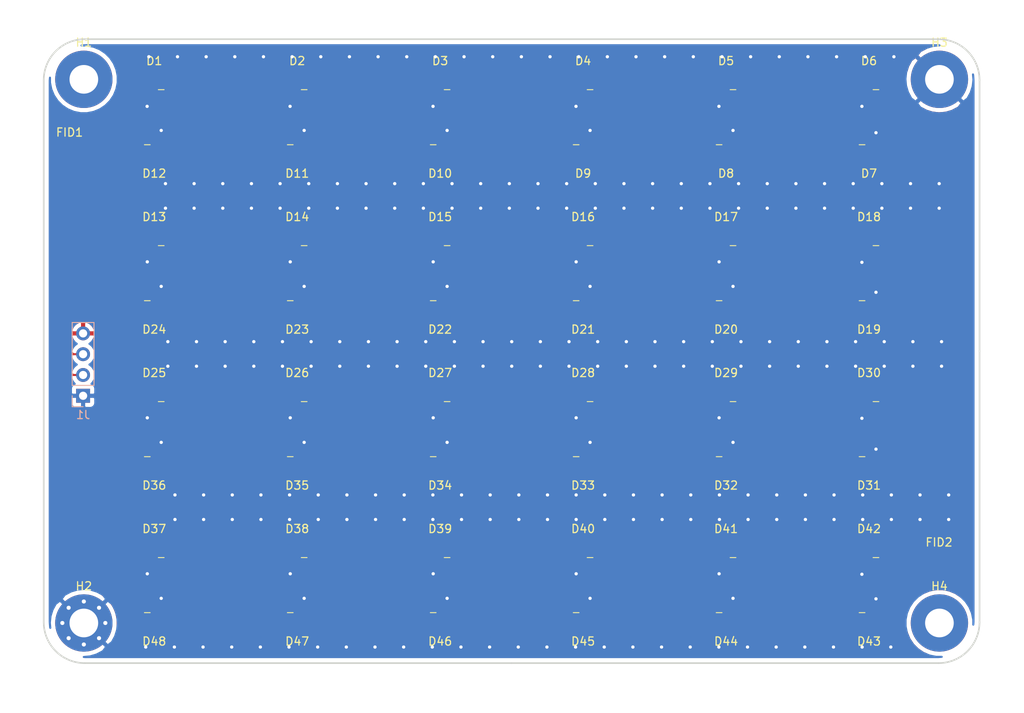
<source format=kicad_pcb>
(kicad_pcb (version 20171130) (host pcbnew "(5.1.4-0-10_14)")
  (layers (0 F.Cu signal) (31 B.Cu signal) (34 B.Paste user) (35 F.Paste user) (36 B.SilkS user) (37 F.SilkS user) (38 B.Mask user) (39 F.Mask user) (44 Edge.Cuts user))
  (net 0 "")
  (net 1 GND)
  (net 2 +5VD)
  (net 3 /SDI)
  (net 4 /CKI)
  (net 5 "Net-(D1-Pad3)")
  (net 6 "Net-(D1-Pad2)")
  (net 7 "Net-(D2-Pad3)")
  (net 8 "Net-(D2-Pad2)")
  (net 9 "Net-(D3-Pad3)")
  (net 10 "Net-(D3-Pad2)")
  (net 11 "Net-(D4-Pad3)")
  (net 12 "Net-(D4-Pad2)")
  (net 13 "Net-(D5-Pad3)")
  (net 14 "Net-(D5-Pad2)")
  (net 15 "Net-(D6-Pad3)")
  (net 16 "Net-(D6-Pad2)")
  (net 17 "Net-(D7-Pad3)")
  (net 18 "Net-(D7-Pad2)")
  (net 19 "Net-(D8-Pad3)")
  (net 20 "Net-(D8-Pad2)")
  (net 21 "Net-(D10-Pad4)")
  (net 22 "Net-(D10-Pad5)")
  (net 23 "Net-(D10-Pad3)")
  (net 24 "Net-(D10-Pad2)")
  (net 25 "Net-(D11-Pad3)")
  (net 26 "Net-(D11-Pad2)")
  (net 27 "Net-(D12-Pad3)")
  (net 28 "Net-(D12-Pad2)")
  (net 29 "Net-(D13-Pad3)")
  (net 30 "Net-(D13-Pad2)")
  (net 31 "Net-(D14-Pad3)")
  (net 32 "Net-(D14-Pad2)")
  (net 33 "Net-(D15-Pad3)")
  (net 34 "Net-(D15-Pad2)")
  (net 35 "Net-(D16-Pad3)")
  (net 36 "Net-(D16-Pad2)")
  (net 37 "Net-(D17-Pad3)")
  (net 38 "Net-(D17-Pad2)")
  (net 39 "Net-(D18-Pad3)")
  (net 40 "Net-(D18-Pad2)")
  (net 41 "Net-(D19-Pad3)")
  (net 42 "Net-(D19-Pad2)")
  (net 43 "Net-(D20-Pad3)")
  (net 44 "Net-(D20-Pad2)")
  (net 45 "Net-(D21-Pad3)")
  (net 46 "Net-(D21-Pad2)")
  (net 47 "Net-(D22-Pad3)")
  (net 48 "Net-(D22-Pad2)")
  (net 49 "Net-(D23-Pad3)")
  (net 50 "Net-(D23-Pad2)")
  (net 51 "Net-(D24-Pad3)")
  (net 52 "Net-(D24-Pad2)")
  (net 53 "Net-(D25-Pad3)")
  (net 54 "Net-(D25-Pad2)")
  (net 55 "Net-(D26-Pad3)")
  (net 56 "Net-(D26-Pad2)")
  (net 57 "Net-(D27-Pad3)")
  (net 58 "Net-(D27-Pad2)")
  (net 59 "Net-(D28-Pad3)")
  (net 60 "Net-(D28-Pad2)")
  (net 61 "Net-(D29-Pad3)")
  (net 62 "Net-(D29-Pad2)")
  (net 63 "Net-(D30-Pad3)")
  (net 64 "Net-(D30-Pad2)")
  (net 65 "Net-(D31-Pad3)")
  (net 66 "Net-(D31-Pad2)")
  (net 67 "Net-(D32-Pad3)")
  (net 68 "Net-(D32-Pad2)")
  (net 69 "Net-(D33-Pad3)")
  (net 70 "Net-(D33-Pad2)")
  (net 71 "Net-(D34-Pad3)")
  (net 72 "Net-(D34-Pad2)")
  (net 73 "Net-(D35-Pad3)")
  (net 74 "Net-(D35-Pad2)")
  (net 75 "Net-(D36-Pad3)")
  (net 76 "Net-(D36-Pad2)")
  (net 77 "Net-(D37-Pad3)")
  (net 78 "Net-(D37-Pad2)")
  (net 79 "Net-(D38-Pad3)")
  (net 80 "Net-(D38-Pad2)")
  (net 81 "Net-(D39-Pad3)")
  (net 82 "Net-(D39-Pad2)")
  (net 83 "Net-(D40-Pad3)")
  (net 84 "Net-(D40-Pad2)")
  (net 85 "Net-(D41-Pad3)")
  (net 86 "Net-(D41-Pad2)")
  (net 87 "Net-(D42-Pad3)")
  (net 88 "Net-(D42-Pad2)")
  (net 89 "Net-(D43-Pad3)")
  (net 90 "Net-(D43-Pad2)")
  (net 91 "Net-(D44-Pad3)")
  (net 92 "Net-(D44-Pad2)")
  (net 93 "Net-(D45-Pad3)")
  (net 94 "Net-(D45-Pad2)")
  (net 95 "Net-(D46-Pad3)")
  (net 96 "Net-(D46-Pad2)")
  (net 97 "Net-(D47-Pad3)")
  (net 98 "Net-(D47-Pad2)")
  (net 99 "Net-(D48-Pad3)")
  (net 100 "Net-(D48-Pad2)")
  (module MountingHole:MountingHole_3.5mm_Pad (layer F.Cu) (at 124.460001 25.909999)
    (fp_text reference H3 (at 0 -4.5) (layer F.SilkS))
    (fp_text value MountingHole)
    (pad 1 thru_hole circle (at 0 0) (size 7 7) (drill 3.5) (layers *.Cu *.Mask) (net 1 GND))
  )
  (module Fiducial:Fiducial_0.5mm_Mask1mm (layer F.Cu) (at 124.41 83.96)
    (fp_text reference FID2 (at 0 -1.5) (layer F.SilkS))
    (fp_text value Fiducial)
    (pad "" smd circle (at 0 0) (size 0.5 0.5) (layers F.Cu F.Mask) (clearance 0.25))
  )
  (module Fiducial:Fiducial_0.5mm_Mask1mm (layer F.Cu) (at 18.21 33.89)
    (fp_text reference FID1 (at 0 -1.5) (layer F.SilkS))
    (fp_text value Fiducial)
    (pad "" smd circle (at 0 0) (size 0.5 0.5) (layers F.Cu F.Mask) (clearance 0.25))
  )
  (module Connector_PinHeader_2.54mm:PinHeader_1x04_P2.54mm_Vertical (layer B.Cu) (at 19.87 64.56)
    (fp_text reference J1 (at 0 2.33) (layer B.SilkS) (effects (justify mirror)))
    (fp_text value Conn_01x04)
    (pad 4 thru_hole oval (at 0 -7.62) (size 1.7 1.7) (drill 1) (layers *.Cu *.Mask) (net 2 +5VD))
    (pad 3 thru_hole oval (at 0 -5.08) (size 1.7 1.7) (drill 1) (layers *.Cu *.Mask) (net 4 /CKI))
    (pad 2 thru_hole oval (at 0 -2.54) (size 1.7 1.7) (drill 1) (layers *.Cu *.Mask) (net 3 /SDI))
    (pad 1 thru_hole rect (at 0 0) (size 1.7 1.7) (drill 1) (layers *.Cu *.Mask) (net 1 GND))
  )
  (module MountingHole:MountingHole_3.5mm_Pad (layer F.Cu) (at 124.460001 92.310001)
    (fp_text reference H4 (at 0 -4.5) (layer F.SilkS))
    (fp_text value MountingHole)
    (pad 1 thru_hole circle (at 0 0) (size 7 7) (drill 3.5) (layers *.Cu *.Mask))
  )
  (module MountingHole:MountingHole_3.5mm_Pad_Via (layer F.Cu) (at 19.959999 92.310001)
    (fp_text reference H2 (at 0 -4.5) (layer F.SilkS))
    (fp_text value MountingHole_Pad)
    (pad 1 thru_hole circle (at 1.856155 -1.856155) (size 0.8 0.8) (drill 0.5) (layers *.Cu *.Mask) (net 1 GND))
    (pad 1 thru_hole circle (at 0 -2.625) (size 0.8 0.8) (drill 0.5) (layers *.Cu *.Mask) (net 1 GND))
    (pad 1 thru_hole circle (at -1.856155 -1.856155) (size 0.8 0.8) (drill 0.5) (layers *.Cu *.Mask) (net 1 GND))
    (pad 1 thru_hole circle (at -2.625 0) (size 0.8 0.8) (drill 0.5) (layers *.Cu *.Mask) (net 1 GND))
    (pad 1 thru_hole circle (at -1.856155 1.856155) (size 0.8 0.8) (drill 0.5) (layers *.Cu *.Mask) (net 1 GND))
    (pad 1 thru_hole circle (at 0 2.625) (size 0.8 0.8) (drill 0.5) (layers *.Cu *.Mask) (net 1 GND))
    (pad 1 thru_hole circle (at 1.856155 1.856155) (size 0.8 0.8) (drill 0.5) (layers *.Cu *.Mask) (net 1 GND))
    (pad 1 thru_hole circle (at 2.625 0) (size 0.8 0.8) (drill 0.5) (layers *.Cu *.Mask) (net 1 GND))
    (pad 1 thru_hole circle (at 0 0) (size 7 7) (drill 3.5) (layers *.Cu *.Mask) (net 1 GND))
  )
  (module MountingHole:MountingHole_3.5mm_Pad (layer F.Cu) (at 19.959999 25.909999)
    (fp_text reference H1 (at 0 -4.5) (layer F.SilkS))
    (fp_text value MountingHole)
    (pad 1 thru_hole circle (at 0 0) (size 7 7) (drill 3.5) (layers *.Cu *.Mask))
  )
  (module LED_SMD:LED-APA102-2020 (layer F.Cu) (at 28.56 92.4475)
    (fp_text reference D48 (at 0 2.11) (layer F.SilkS))
    (fp_text value APA102-2020)
    (pad 6 smd rect (at 0 0.59 90) (size 1.48 0.5) (layers F.Cu F.Paste F.Mask) (net 1 GND))
    (pad 1 smd rect (at 0 -0.83 90) (size 1 0.5) (layers F.Cu F.Paste F.Mask) (net 2 +5VD))
    (pad 6 smd rect (at 0.85 -0.9) (size 0.8 0.5) (layers F.Cu F.Paste F.Mask) (net 1 GND))
    (pad 4 smd rect (at 0.85 0.9) (size 0.8 0.5) (layers F.Cu F.Paste F.Mask) (net 97 "Net-(D47-Pad3)"))
    (pad 5 smd rect (at 0.85 0) (size 0.8 0.3) (layers F.Cu F.Paste F.Mask) (net 98 "Net-(D47-Pad2)"))
    (pad 3 smd rect (at -0.85 0.9) (size 0.8 0.5) (layers F.Cu F.Paste F.Mask) (net 99 "Net-(D48-Pad3)"))
    (pad 2 smd rect (at -0.85 0) (size 0.8 0.3) (layers F.Cu F.Paste F.Mask) (net 100 "Net-(D48-Pad2)"))
    (pad 1 smd rect (at -0.85 -0.9) (size 0.8 0.5) (layers F.Cu F.Paste F.Mask) (net 2 +5VD))
  )
  (module LED_SMD:LED-APA102-2020 (layer F.Cu) (at 46.02 92.4475)
    (fp_text reference D47 (at 0 2.11) (layer F.SilkS))
    (fp_text value APA102-2020)
    (pad 6 smd rect (at 0 0.59 90) (size 1.48 0.5) (layers F.Cu F.Paste F.Mask) (net 1 GND))
    (pad 1 smd rect (at 0 -0.83 90) (size 1 0.5) (layers F.Cu F.Paste F.Mask) (net 2 +5VD))
    (pad 6 smd rect (at 0.85 -0.9) (size 0.8 0.5) (layers F.Cu F.Paste F.Mask) (net 1 GND))
    (pad 4 smd rect (at 0.85 0.9) (size 0.8 0.5) (layers F.Cu F.Paste F.Mask) (net 95 "Net-(D46-Pad3)"))
    (pad 5 smd rect (at 0.85 0) (size 0.8 0.3) (layers F.Cu F.Paste F.Mask) (net 96 "Net-(D46-Pad2)"))
    (pad 3 smd rect (at -0.85 0.9) (size 0.8 0.5) (layers F.Cu F.Paste F.Mask) (net 97 "Net-(D47-Pad3)"))
    (pad 2 smd rect (at -0.85 0) (size 0.8 0.3) (layers F.Cu F.Paste F.Mask) (net 98 "Net-(D47-Pad2)"))
    (pad 1 smd rect (at -0.85 -0.9) (size 0.8 0.5) (layers F.Cu F.Paste F.Mask) (net 2 +5VD))
  )
  (module LED_SMD:LED-APA102-2020 (layer F.Cu) (at 63.48 92.4475)
    (fp_text reference D46 (at 0 2.11) (layer F.SilkS))
    (fp_text value APA102-2020)
    (pad 6 smd rect (at 0 0.59 90) (size 1.48 0.5) (layers F.Cu F.Paste F.Mask) (net 1 GND))
    (pad 1 smd rect (at 0 -0.83 90) (size 1 0.5) (layers F.Cu F.Paste F.Mask) (net 2 +5VD))
    (pad 6 smd rect (at 0.85 -0.9) (size 0.8 0.5) (layers F.Cu F.Paste F.Mask) (net 1 GND))
    (pad 4 smd rect (at 0.85 0.9) (size 0.8 0.5) (layers F.Cu F.Paste F.Mask) (net 93 "Net-(D45-Pad3)"))
    (pad 5 smd rect (at 0.85 0) (size 0.8 0.3) (layers F.Cu F.Paste F.Mask) (net 94 "Net-(D45-Pad2)"))
    (pad 3 smd rect (at -0.85 0.9) (size 0.8 0.5) (layers F.Cu F.Paste F.Mask) (net 95 "Net-(D46-Pad3)"))
    (pad 2 smd rect (at -0.85 0) (size 0.8 0.3) (layers F.Cu F.Paste F.Mask) (net 96 "Net-(D46-Pad2)"))
    (pad 1 smd rect (at -0.85 -0.9) (size 0.8 0.5) (layers F.Cu F.Paste F.Mask) (net 2 +5VD))
  )
  (module LED_SMD:LED-APA102-2020 (layer F.Cu) (at 80.94 92.4475)
    (fp_text reference D45 (at 0 2.11) (layer F.SilkS))
    (fp_text value APA102-2020)
    (pad 6 smd rect (at 0 0.59 90) (size 1.48 0.5) (layers F.Cu F.Paste F.Mask) (net 1 GND))
    (pad 1 smd rect (at 0 -0.83 90) (size 1 0.5) (layers F.Cu F.Paste F.Mask) (net 2 +5VD))
    (pad 6 smd rect (at 0.85 -0.9) (size 0.8 0.5) (layers F.Cu F.Paste F.Mask) (net 1 GND))
    (pad 4 smd rect (at 0.85 0.9) (size 0.8 0.5) (layers F.Cu F.Paste F.Mask) (net 91 "Net-(D44-Pad3)"))
    (pad 5 smd rect (at 0.85 0) (size 0.8 0.3) (layers F.Cu F.Paste F.Mask) (net 92 "Net-(D44-Pad2)"))
    (pad 3 smd rect (at -0.85 0.9) (size 0.8 0.5) (layers F.Cu F.Paste F.Mask) (net 93 "Net-(D45-Pad3)"))
    (pad 2 smd rect (at -0.85 0) (size 0.8 0.3) (layers F.Cu F.Paste F.Mask) (net 94 "Net-(D45-Pad2)"))
    (pad 1 smd rect (at -0.85 -0.9) (size 0.8 0.5) (layers F.Cu F.Paste F.Mask) (net 2 +5VD))
  )
  (module LED_SMD:LED-APA102-2020 (layer F.Cu) (at 98.4 92.4475)
    (fp_text reference D44 (at 0 2.11) (layer F.SilkS))
    (fp_text value APA102-2020)
    (pad 6 smd rect (at 0 0.59 90) (size 1.48 0.5) (layers F.Cu F.Paste F.Mask) (net 1 GND))
    (pad 1 smd rect (at 0 -0.83 90) (size 1 0.5) (layers F.Cu F.Paste F.Mask) (net 2 +5VD))
    (pad 6 smd rect (at 0.85 -0.9) (size 0.8 0.5) (layers F.Cu F.Paste F.Mask) (net 1 GND))
    (pad 4 smd rect (at 0.85 0.9) (size 0.8 0.5) (layers F.Cu F.Paste F.Mask) (net 89 "Net-(D43-Pad3)"))
    (pad 5 smd rect (at 0.85 0) (size 0.8 0.3) (layers F.Cu F.Paste F.Mask) (net 90 "Net-(D43-Pad2)"))
    (pad 3 smd rect (at -0.85 0.9) (size 0.8 0.5) (layers F.Cu F.Paste F.Mask) (net 91 "Net-(D44-Pad3)"))
    (pad 2 smd rect (at -0.85 0) (size 0.8 0.3) (layers F.Cu F.Paste F.Mask) (net 92 "Net-(D44-Pad2)"))
    (pad 1 smd rect (at -0.85 -0.9) (size 0.8 0.5) (layers F.Cu F.Paste F.Mask) (net 2 +5VD))
  )
  (module LED_SMD:LED-APA102-2020 (layer F.Cu) (at 115.86 92.4475)
    (fp_text reference D43 (at 0 2.11) (layer F.SilkS))
    (fp_text value APA102-2020)
    (pad 6 smd rect (at 0 0.59 90) (size 1.48 0.5) (layers F.Cu F.Paste F.Mask) (net 1 GND))
    (pad 1 smd rect (at 0 -0.83 90) (size 1 0.5) (layers F.Cu F.Paste F.Mask) (net 2 +5VD))
    (pad 6 smd rect (at 0.85 -0.9) (size 0.8 0.5) (layers F.Cu F.Paste F.Mask) (net 1 GND))
    (pad 4 smd rect (at 0.85 0.9) (size 0.8 0.5) (layers F.Cu F.Paste F.Mask) (net 87 "Net-(D42-Pad3)"))
    (pad 5 smd rect (at 0.85 0) (size 0.8 0.3) (layers F.Cu F.Paste F.Mask) (net 88 "Net-(D42-Pad2)"))
    (pad 3 smd rect (at -0.85 0.9) (size 0.8 0.5) (layers F.Cu F.Paste F.Mask) (net 89 "Net-(D43-Pad3)"))
    (pad 2 smd rect (at -0.85 0) (size 0.8 0.3) (layers F.Cu F.Paste F.Mask) (net 90 "Net-(D43-Pad2)"))
    (pad 1 smd rect (at -0.85 -0.9) (size 0.8 0.5) (layers F.Cu F.Paste F.Mask) (net 2 +5VD))
  )
  (module LED_SMD:LED-APA102-2020 (layer F.Cu) (at 115.86 82.9225 180)
    (fp_text reference D42 (at 0 2.11 180) (layer F.SilkS))
    (fp_text value APA102-2020)
    (pad 6 smd rect (at 0 0.59 270) (size 1.48 0.5) (layers F.Cu F.Paste F.Mask) (net 1 GND))
    (pad 1 smd rect (at 0 -0.83 270) (size 1 0.5) (layers F.Cu F.Paste F.Mask) (net 2 +5VD))
    (pad 6 smd rect (at 0.85 -0.9 180) (size 0.8 0.5) (layers F.Cu F.Paste F.Mask) (net 1 GND))
    (pad 4 smd rect (at 0.85 0.9 180) (size 0.8 0.5) (layers F.Cu F.Paste F.Mask) (net 85 "Net-(D41-Pad3)"))
    (pad 5 smd rect (at 0.85 0 180) (size 0.8 0.3) (layers F.Cu F.Paste F.Mask) (net 86 "Net-(D41-Pad2)"))
    (pad 3 smd rect (at -0.85 0.9 180) (size 0.8 0.5) (layers F.Cu F.Paste F.Mask) (net 87 "Net-(D42-Pad3)"))
    (pad 2 smd rect (at -0.85 0 180) (size 0.8 0.3) (layers F.Cu F.Paste F.Mask) (net 88 "Net-(D42-Pad2)"))
    (pad 1 smd rect (at -0.85 -0.9 180) (size 0.8 0.5) (layers F.Cu F.Paste F.Mask) (net 2 +5VD))
  )
  (module LED_SMD:LED-APA102-2020 (layer F.Cu) (at 98.4 82.9225 180)
    (fp_text reference D41 (at 0 2.11 180) (layer F.SilkS))
    (fp_text value APA102-2020)
    (pad 6 smd rect (at 0 0.59 270) (size 1.48 0.5) (layers F.Cu F.Paste F.Mask) (net 1 GND))
    (pad 1 smd rect (at 0 -0.83 270) (size 1 0.5) (layers F.Cu F.Paste F.Mask) (net 2 +5VD))
    (pad 6 smd rect (at 0.85 -0.9 180) (size 0.8 0.5) (layers F.Cu F.Paste F.Mask) (net 1 GND))
    (pad 4 smd rect (at 0.85 0.9 180) (size 0.8 0.5) (layers F.Cu F.Paste F.Mask) (net 83 "Net-(D40-Pad3)"))
    (pad 5 smd rect (at 0.85 0 180) (size 0.8 0.3) (layers F.Cu F.Paste F.Mask) (net 84 "Net-(D40-Pad2)"))
    (pad 3 smd rect (at -0.85 0.9 180) (size 0.8 0.5) (layers F.Cu F.Paste F.Mask) (net 85 "Net-(D41-Pad3)"))
    (pad 2 smd rect (at -0.85 0 180) (size 0.8 0.3) (layers F.Cu F.Paste F.Mask) (net 86 "Net-(D41-Pad2)"))
    (pad 1 smd rect (at -0.85 -0.9 180) (size 0.8 0.5) (layers F.Cu F.Paste F.Mask) (net 2 +5VD))
  )
  (module LED_SMD:LED-APA102-2020 (layer F.Cu) (at 80.94 82.9225 180)
    (fp_text reference D40 (at 0 2.11 180) (layer F.SilkS))
    (fp_text value APA102-2020)
    (pad 6 smd rect (at 0 0.59 270) (size 1.48 0.5) (layers F.Cu F.Paste F.Mask) (net 1 GND))
    (pad 1 smd rect (at 0 -0.83 270) (size 1 0.5) (layers F.Cu F.Paste F.Mask) (net 2 +5VD))
    (pad 6 smd rect (at 0.85 -0.9 180) (size 0.8 0.5) (layers F.Cu F.Paste F.Mask) (net 1 GND))
    (pad 4 smd rect (at 0.85 0.9 180) (size 0.8 0.5) (layers F.Cu F.Paste F.Mask) (net 81 "Net-(D39-Pad3)"))
    (pad 5 smd rect (at 0.85 0 180) (size 0.8 0.3) (layers F.Cu F.Paste F.Mask) (net 82 "Net-(D39-Pad2)"))
    (pad 3 smd rect (at -0.85 0.9 180) (size 0.8 0.5) (layers F.Cu F.Paste F.Mask) (net 83 "Net-(D40-Pad3)"))
    (pad 2 smd rect (at -0.85 0 180) (size 0.8 0.3) (layers F.Cu F.Paste F.Mask) (net 84 "Net-(D40-Pad2)"))
    (pad 1 smd rect (at -0.85 -0.9 180) (size 0.8 0.5) (layers F.Cu F.Paste F.Mask) (net 2 +5VD))
  )
  (module LED_SMD:LED-APA102-2020 (layer F.Cu) (at 63.48 82.9225 180)
    (fp_text reference D39 (at 0 2.11 180) (layer F.SilkS))
    (fp_text value APA102-2020)
    (pad 6 smd rect (at 0 0.59 270) (size 1.48 0.5) (layers F.Cu F.Paste F.Mask) (net 1 GND))
    (pad 1 smd rect (at 0 -0.83 270) (size 1 0.5) (layers F.Cu F.Paste F.Mask) (net 2 +5VD))
    (pad 6 smd rect (at 0.85 -0.9 180) (size 0.8 0.5) (layers F.Cu F.Paste F.Mask) (net 1 GND))
    (pad 4 smd rect (at 0.85 0.9 180) (size 0.8 0.5) (layers F.Cu F.Paste F.Mask) (net 79 "Net-(D38-Pad3)"))
    (pad 5 smd rect (at 0.85 0 180) (size 0.8 0.3) (layers F.Cu F.Paste F.Mask) (net 80 "Net-(D38-Pad2)"))
    (pad 3 smd rect (at -0.85 0.9 180) (size 0.8 0.5) (layers F.Cu F.Paste F.Mask) (net 81 "Net-(D39-Pad3)"))
    (pad 2 smd rect (at -0.85 0 180) (size 0.8 0.3) (layers F.Cu F.Paste F.Mask) (net 82 "Net-(D39-Pad2)"))
    (pad 1 smd rect (at -0.85 -0.9 180) (size 0.8 0.5) (layers F.Cu F.Paste F.Mask) (net 2 +5VD))
  )
  (module LED_SMD:LED-APA102-2020 (layer F.Cu) (at 46.02 82.9225 180)
    (fp_text reference D38 (at 0 2.11 180) (layer F.SilkS))
    (fp_text value APA102-2020)
    (pad 6 smd rect (at 0 0.59 270) (size 1.48 0.5) (layers F.Cu F.Paste F.Mask) (net 1 GND))
    (pad 1 smd rect (at 0 -0.83 270) (size 1 0.5) (layers F.Cu F.Paste F.Mask) (net 2 +5VD))
    (pad 6 smd rect (at 0.85 -0.9 180) (size 0.8 0.5) (layers F.Cu F.Paste F.Mask) (net 1 GND))
    (pad 4 smd rect (at 0.85 0.9 180) (size 0.8 0.5) (layers F.Cu F.Paste F.Mask) (net 77 "Net-(D37-Pad3)"))
    (pad 5 smd rect (at 0.85 0 180) (size 0.8 0.3) (layers F.Cu F.Paste F.Mask) (net 78 "Net-(D37-Pad2)"))
    (pad 3 smd rect (at -0.85 0.9 180) (size 0.8 0.5) (layers F.Cu F.Paste F.Mask) (net 79 "Net-(D38-Pad3)"))
    (pad 2 smd rect (at -0.85 0 180) (size 0.8 0.3) (layers F.Cu F.Paste F.Mask) (net 80 "Net-(D38-Pad2)"))
    (pad 1 smd rect (at -0.85 -0.9 180) (size 0.8 0.5) (layers F.Cu F.Paste F.Mask) (net 2 +5VD))
  )
  (module LED_SMD:LED-APA102-2020 (layer F.Cu) (at 28.56 82.9225 180)
    (fp_text reference D37 (at 0 2.11 180) (layer F.SilkS))
    (fp_text value APA102-2020)
    (pad 6 smd rect (at 0 0.59 270) (size 1.48 0.5) (layers F.Cu F.Paste F.Mask) (net 1 GND))
    (pad 1 smd rect (at 0 -0.83 270) (size 1 0.5) (layers F.Cu F.Paste F.Mask) (net 2 +5VD))
    (pad 6 smd rect (at 0.85 -0.9 180) (size 0.8 0.5) (layers F.Cu F.Paste F.Mask) (net 1 GND))
    (pad 4 smd rect (at 0.85 0.9 180) (size 0.8 0.5) (layers F.Cu F.Paste F.Mask) (net 75 "Net-(D36-Pad3)"))
    (pad 5 smd rect (at 0.85 0 180) (size 0.8 0.3) (layers F.Cu F.Paste F.Mask) (net 76 "Net-(D36-Pad2)"))
    (pad 3 smd rect (at -0.85 0.9 180) (size 0.8 0.5) (layers F.Cu F.Paste F.Mask) (net 77 "Net-(D37-Pad3)"))
    (pad 2 smd rect (at -0.85 0 180) (size 0.8 0.3) (layers F.Cu F.Paste F.Mask) (net 78 "Net-(D37-Pad2)"))
    (pad 1 smd rect (at -0.85 -0.9 180) (size 0.8 0.5) (layers F.Cu F.Paste F.Mask) (net 2 +5VD))
  )
  (module LED_SMD:LED-APA102-2020 (layer F.Cu) (at 28.56 73.3975)
    (fp_text reference D36 (at 0 2.11) (layer F.SilkS))
    (fp_text value APA102-2020)
    (pad 6 smd rect (at 0 0.59 90) (size 1.48 0.5) (layers F.Cu F.Paste F.Mask) (net 1 GND))
    (pad 1 smd rect (at 0 -0.83 90) (size 1 0.5) (layers F.Cu F.Paste F.Mask) (net 2 +5VD))
    (pad 6 smd rect (at 0.85 -0.9) (size 0.8 0.5) (layers F.Cu F.Paste F.Mask) (net 1 GND))
    (pad 4 smd rect (at 0.85 0.9) (size 0.8 0.5) (layers F.Cu F.Paste F.Mask) (net 73 "Net-(D35-Pad3)"))
    (pad 5 smd rect (at 0.85 0) (size 0.8 0.3) (layers F.Cu F.Paste F.Mask) (net 74 "Net-(D35-Pad2)"))
    (pad 3 smd rect (at -0.85 0.9) (size 0.8 0.5) (layers F.Cu F.Paste F.Mask) (net 75 "Net-(D36-Pad3)"))
    (pad 2 smd rect (at -0.85 0) (size 0.8 0.3) (layers F.Cu F.Paste F.Mask) (net 76 "Net-(D36-Pad2)"))
    (pad 1 smd rect (at -0.85 -0.9) (size 0.8 0.5) (layers F.Cu F.Paste F.Mask) (net 2 +5VD))
  )
  (module LED_SMD:LED-APA102-2020 (layer F.Cu) (at 46.02 73.3975)
    (fp_text reference D35 (at 0 2.11) (layer F.SilkS))
    (fp_text value APA102-2020)
    (pad 6 smd rect (at 0 0.59 90) (size 1.48 0.5) (layers F.Cu F.Paste F.Mask) (net 1 GND))
    (pad 1 smd rect (at 0 -0.83 90) (size 1 0.5) (layers F.Cu F.Paste F.Mask) (net 2 +5VD))
    (pad 6 smd rect (at 0.85 -0.9) (size 0.8 0.5) (layers F.Cu F.Paste F.Mask) (net 1 GND))
    (pad 4 smd rect (at 0.85 0.9) (size 0.8 0.5) (layers F.Cu F.Paste F.Mask) (net 71 "Net-(D34-Pad3)"))
    (pad 5 smd rect (at 0.85 0) (size 0.8 0.3) (layers F.Cu F.Paste F.Mask) (net 72 "Net-(D34-Pad2)"))
    (pad 3 smd rect (at -0.85 0.9) (size 0.8 0.5) (layers F.Cu F.Paste F.Mask) (net 73 "Net-(D35-Pad3)"))
    (pad 2 smd rect (at -0.85 0) (size 0.8 0.3) (layers F.Cu F.Paste F.Mask) (net 74 "Net-(D35-Pad2)"))
    (pad 1 smd rect (at -0.85 -0.9) (size 0.8 0.5) (layers F.Cu F.Paste F.Mask) (net 2 +5VD))
  )
  (module LED_SMD:LED-APA102-2020 (layer F.Cu) (at 63.48 73.3975)
    (fp_text reference D34 (at 0 2.11) (layer F.SilkS))
    (fp_text value APA102-2020)
    (pad 6 smd rect (at 0 0.59 90) (size 1.48 0.5) (layers F.Cu F.Paste F.Mask) (net 1 GND))
    (pad 1 smd rect (at 0 -0.83 90) (size 1 0.5) (layers F.Cu F.Paste F.Mask) (net 2 +5VD))
    (pad 6 smd rect (at 0.85 -0.9) (size 0.8 0.5) (layers F.Cu F.Paste F.Mask) (net 1 GND))
    (pad 4 smd rect (at 0.85 0.9) (size 0.8 0.5) (layers F.Cu F.Paste F.Mask) (net 69 "Net-(D33-Pad3)"))
    (pad 5 smd rect (at 0.85 0) (size 0.8 0.3) (layers F.Cu F.Paste F.Mask) (net 70 "Net-(D33-Pad2)"))
    (pad 3 smd rect (at -0.85 0.9) (size 0.8 0.5) (layers F.Cu F.Paste F.Mask) (net 71 "Net-(D34-Pad3)"))
    (pad 2 smd rect (at -0.85 0) (size 0.8 0.3) (layers F.Cu F.Paste F.Mask) (net 72 "Net-(D34-Pad2)"))
    (pad 1 smd rect (at -0.85 -0.9) (size 0.8 0.5) (layers F.Cu F.Paste F.Mask) (net 2 +5VD))
  )
  (module LED_SMD:LED-APA102-2020 (layer F.Cu) (at 80.94 73.3975)
    (fp_text reference D33 (at 0 2.11) (layer F.SilkS))
    (fp_text value APA102-2020)
    (pad 6 smd rect (at 0 0.59 90) (size 1.48 0.5) (layers F.Cu F.Paste F.Mask) (net 1 GND))
    (pad 1 smd rect (at 0 -0.83 90) (size 1 0.5) (layers F.Cu F.Paste F.Mask) (net 2 +5VD))
    (pad 6 smd rect (at 0.85 -0.9) (size 0.8 0.5) (layers F.Cu F.Paste F.Mask) (net 1 GND))
    (pad 4 smd rect (at 0.85 0.9) (size 0.8 0.5) (layers F.Cu F.Paste F.Mask) (net 67 "Net-(D32-Pad3)"))
    (pad 5 smd rect (at 0.85 0) (size 0.8 0.3) (layers F.Cu F.Paste F.Mask) (net 68 "Net-(D32-Pad2)"))
    (pad 3 smd rect (at -0.85 0.9) (size 0.8 0.5) (layers F.Cu F.Paste F.Mask) (net 69 "Net-(D33-Pad3)"))
    (pad 2 smd rect (at -0.85 0) (size 0.8 0.3) (layers F.Cu F.Paste F.Mask) (net 70 "Net-(D33-Pad2)"))
    (pad 1 smd rect (at -0.85 -0.9) (size 0.8 0.5) (layers F.Cu F.Paste F.Mask) (net 2 +5VD))
  )
  (module LED_SMD:LED-APA102-2020 (layer F.Cu) (at 98.4 73.3975)
    (fp_text reference D32 (at 0 2.11) (layer F.SilkS))
    (fp_text value APA102-2020)
    (pad 6 smd rect (at 0 0.59 90) (size 1.48 0.5) (layers F.Cu F.Paste F.Mask) (net 1 GND))
    (pad 1 smd rect (at 0 -0.83 90) (size 1 0.5) (layers F.Cu F.Paste F.Mask) (net 2 +5VD))
    (pad 6 smd rect (at 0.85 -0.9) (size 0.8 0.5) (layers F.Cu F.Paste F.Mask) (net 1 GND))
    (pad 4 smd rect (at 0.85 0.9) (size 0.8 0.5) (layers F.Cu F.Paste F.Mask) (net 65 "Net-(D31-Pad3)"))
    (pad 5 smd rect (at 0.85 0) (size 0.8 0.3) (layers F.Cu F.Paste F.Mask) (net 66 "Net-(D31-Pad2)"))
    (pad 3 smd rect (at -0.85 0.9) (size 0.8 0.5) (layers F.Cu F.Paste F.Mask) (net 67 "Net-(D32-Pad3)"))
    (pad 2 smd rect (at -0.85 0) (size 0.8 0.3) (layers F.Cu F.Paste F.Mask) (net 68 "Net-(D32-Pad2)"))
    (pad 1 smd rect (at -0.85 -0.9) (size 0.8 0.5) (layers F.Cu F.Paste F.Mask) (net 2 +5VD))
  )
  (module LED_SMD:LED-APA102-2020 (layer F.Cu) (at 115.86 73.3975)
    (fp_text reference D31 (at 0 2.11) (layer F.SilkS))
    (fp_text value APA102-2020)
    (pad 6 smd rect (at 0 0.59 90) (size 1.48 0.5) (layers F.Cu F.Paste F.Mask) (net 1 GND))
    (pad 1 smd rect (at 0 -0.83 90) (size 1 0.5) (layers F.Cu F.Paste F.Mask) (net 2 +5VD))
    (pad 6 smd rect (at 0.85 -0.9) (size 0.8 0.5) (layers F.Cu F.Paste F.Mask) (net 1 GND))
    (pad 4 smd rect (at 0.85 0.9) (size 0.8 0.5) (layers F.Cu F.Paste F.Mask) (net 63 "Net-(D30-Pad3)"))
    (pad 5 smd rect (at 0.85 0) (size 0.8 0.3) (layers F.Cu F.Paste F.Mask) (net 64 "Net-(D30-Pad2)"))
    (pad 3 smd rect (at -0.85 0.9) (size 0.8 0.5) (layers F.Cu F.Paste F.Mask) (net 65 "Net-(D31-Pad3)"))
    (pad 2 smd rect (at -0.85 0) (size 0.8 0.3) (layers F.Cu F.Paste F.Mask) (net 66 "Net-(D31-Pad2)"))
    (pad 1 smd rect (at -0.85 -0.9) (size 0.8 0.5) (layers F.Cu F.Paste F.Mask) (net 2 +5VD))
  )
  (module LED_SMD:LED-APA102-2020 (layer F.Cu) (at 115.86 63.8725 180)
    (fp_text reference D30 (at 0 2.11 180) (layer F.SilkS))
    (fp_text value APA102-2020)
    (pad 6 smd rect (at 0 0.59 270) (size 1.48 0.5) (layers F.Cu F.Paste F.Mask) (net 1 GND))
    (pad 1 smd rect (at 0 -0.83 270) (size 1 0.5) (layers F.Cu F.Paste F.Mask) (net 2 +5VD))
    (pad 6 smd rect (at 0.85 -0.9 180) (size 0.8 0.5) (layers F.Cu F.Paste F.Mask) (net 1 GND))
    (pad 4 smd rect (at 0.85 0.9 180) (size 0.8 0.5) (layers F.Cu F.Paste F.Mask) (net 61 "Net-(D29-Pad3)"))
    (pad 5 smd rect (at 0.85 0 180) (size 0.8 0.3) (layers F.Cu F.Paste F.Mask) (net 62 "Net-(D29-Pad2)"))
    (pad 3 smd rect (at -0.85 0.9 180) (size 0.8 0.5) (layers F.Cu F.Paste F.Mask) (net 63 "Net-(D30-Pad3)"))
    (pad 2 smd rect (at -0.85 0 180) (size 0.8 0.3) (layers F.Cu F.Paste F.Mask) (net 64 "Net-(D30-Pad2)"))
    (pad 1 smd rect (at -0.85 -0.9 180) (size 0.8 0.5) (layers F.Cu F.Paste F.Mask) (net 2 +5VD))
  )
  (module LED_SMD:LED-APA102-2020 (layer F.Cu) (at 98.4 63.8725 180)
    (fp_text reference D29 (at 0 2.11 180) (layer F.SilkS))
    (fp_text value APA102-2020)
    (pad 6 smd rect (at 0 0.59 270) (size 1.48 0.5) (layers F.Cu F.Paste F.Mask) (net 1 GND))
    (pad 1 smd rect (at 0 -0.83 270) (size 1 0.5) (layers F.Cu F.Paste F.Mask) (net 2 +5VD))
    (pad 6 smd rect (at 0.85 -0.9 180) (size 0.8 0.5) (layers F.Cu F.Paste F.Mask) (net 1 GND))
    (pad 4 smd rect (at 0.85 0.9 180) (size 0.8 0.5) (layers F.Cu F.Paste F.Mask) (net 59 "Net-(D28-Pad3)"))
    (pad 5 smd rect (at 0.85 0 180) (size 0.8 0.3) (layers F.Cu F.Paste F.Mask) (net 60 "Net-(D28-Pad2)"))
    (pad 3 smd rect (at -0.85 0.9 180) (size 0.8 0.5) (layers F.Cu F.Paste F.Mask) (net 61 "Net-(D29-Pad3)"))
    (pad 2 smd rect (at -0.85 0 180) (size 0.8 0.3) (layers F.Cu F.Paste F.Mask) (net 62 "Net-(D29-Pad2)"))
    (pad 1 smd rect (at -0.85 -0.9 180) (size 0.8 0.5) (layers F.Cu F.Paste F.Mask) (net 2 +5VD))
  )
  (module LED_SMD:LED-APA102-2020 (layer F.Cu) (at 80.94 63.8725 180)
    (fp_text reference D28 (at 0 2.11 180) (layer F.SilkS))
    (fp_text value APA102-2020)
    (pad 6 smd rect (at 0 0.59 270) (size 1.48 0.5) (layers F.Cu F.Paste F.Mask) (net 1 GND))
    (pad 1 smd rect (at 0 -0.83 270) (size 1 0.5) (layers F.Cu F.Paste F.Mask) (net 2 +5VD))
    (pad 6 smd rect (at 0.85 -0.9 180) (size 0.8 0.5) (layers F.Cu F.Paste F.Mask) (net 1 GND))
    (pad 4 smd rect (at 0.85 0.9 180) (size 0.8 0.5) (layers F.Cu F.Paste F.Mask) (net 57 "Net-(D27-Pad3)"))
    (pad 5 smd rect (at 0.85 0 180) (size 0.8 0.3) (layers F.Cu F.Paste F.Mask) (net 58 "Net-(D27-Pad2)"))
    (pad 3 smd rect (at -0.85 0.9 180) (size 0.8 0.5) (layers F.Cu F.Paste F.Mask) (net 59 "Net-(D28-Pad3)"))
    (pad 2 smd rect (at -0.85 0 180) (size 0.8 0.3) (layers F.Cu F.Paste F.Mask) (net 60 "Net-(D28-Pad2)"))
    (pad 1 smd rect (at -0.85 -0.9 180) (size 0.8 0.5) (layers F.Cu F.Paste F.Mask) (net 2 +5VD))
  )
  (module LED_SMD:LED-APA102-2020 (layer F.Cu) (at 63.48 63.8725 180)
    (fp_text reference D27 (at 0 2.11 180) (layer F.SilkS))
    (fp_text value APA102-2020)
    (pad 6 smd rect (at 0 0.59 270) (size 1.48 0.5) (layers F.Cu F.Paste F.Mask) (net 1 GND))
    (pad 1 smd rect (at 0 -0.83 270) (size 1 0.5) (layers F.Cu F.Paste F.Mask) (net 2 +5VD))
    (pad 6 smd rect (at 0.85 -0.9 180) (size 0.8 0.5) (layers F.Cu F.Paste F.Mask) (net 1 GND))
    (pad 4 smd rect (at 0.85 0.9 180) (size 0.8 0.5) (layers F.Cu F.Paste F.Mask) (net 55 "Net-(D26-Pad3)"))
    (pad 5 smd rect (at 0.85 0 180) (size 0.8 0.3) (layers F.Cu F.Paste F.Mask) (net 56 "Net-(D26-Pad2)"))
    (pad 3 smd rect (at -0.85 0.9 180) (size 0.8 0.5) (layers F.Cu F.Paste F.Mask) (net 57 "Net-(D27-Pad3)"))
    (pad 2 smd rect (at -0.85 0 180) (size 0.8 0.3) (layers F.Cu F.Paste F.Mask) (net 58 "Net-(D27-Pad2)"))
    (pad 1 smd rect (at -0.85 -0.9 180) (size 0.8 0.5) (layers F.Cu F.Paste F.Mask) (net 2 +5VD))
  )
  (module LED_SMD:LED-APA102-2020 (layer F.Cu) (at 46.02 63.8725 180)
    (fp_text reference D26 (at 0 2.11 180) (layer F.SilkS))
    (fp_text value APA102-2020)
    (pad 6 smd rect (at 0 0.59 270) (size 1.48 0.5) (layers F.Cu F.Paste F.Mask) (net 1 GND))
    (pad 1 smd rect (at 0 -0.83 270) (size 1 0.5) (layers F.Cu F.Paste F.Mask) (net 2 +5VD))
    (pad 6 smd rect (at 0.85 -0.9 180) (size 0.8 0.5) (layers F.Cu F.Paste F.Mask) (net 1 GND))
    (pad 4 smd rect (at 0.85 0.9 180) (size 0.8 0.5) (layers F.Cu F.Paste F.Mask) (net 53 "Net-(D25-Pad3)"))
    (pad 5 smd rect (at 0.85 0 180) (size 0.8 0.3) (layers F.Cu F.Paste F.Mask) (net 54 "Net-(D25-Pad2)"))
    (pad 3 smd rect (at -0.85 0.9 180) (size 0.8 0.5) (layers F.Cu F.Paste F.Mask) (net 55 "Net-(D26-Pad3)"))
    (pad 2 smd rect (at -0.85 0 180) (size 0.8 0.3) (layers F.Cu F.Paste F.Mask) (net 56 "Net-(D26-Pad2)"))
    (pad 1 smd rect (at -0.85 -0.9 180) (size 0.8 0.5) (layers F.Cu F.Paste F.Mask) (net 2 +5VD))
  )
  (module LED_SMD:LED-APA102-2020 (layer F.Cu) (at 28.56 63.8725 180)
    (fp_text reference D25 (at 0 2.11 180) (layer F.SilkS))
    (fp_text value APA102-2020)
    (pad 6 smd rect (at 0 0.59 270) (size 1.48 0.5) (layers F.Cu F.Paste F.Mask) (net 1 GND))
    (pad 1 smd rect (at 0 -0.83 270) (size 1 0.5) (layers F.Cu F.Paste F.Mask) (net 2 +5VD))
    (pad 6 smd rect (at 0.85 -0.9 180) (size 0.8 0.5) (layers F.Cu F.Paste F.Mask) (net 1 GND))
    (pad 4 smd rect (at 0.85 0.9 180) (size 0.8 0.5) (layers F.Cu F.Paste F.Mask) (net 51 "Net-(D24-Pad3)"))
    (pad 5 smd rect (at 0.85 0 180) (size 0.8 0.3) (layers F.Cu F.Paste F.Mask) (net 52 "Net-(D24-Pad2)"))
    (pad 3 smd rect (at -0.85 0.9 180) (size 0.8 0.5) (layers F.Cu F.Paste F.Mask) (net 53 "Net-(D25-Pad3)"))
    (pad 2 smd rect (at -0.85 0 180) (size 0.8 0.3) (layers F.Cu F.Paste F.Mask) (net 54 "Net-(D25-Pad2)"))
    (pad 1 smd rect (at -0.85 -0.9 180) (size 0.8 0.5) (layers F.Cu F.Paste F.Mask) (net 2 +5VD))
  )
  (module LED_SMD:LED-APA102-2020 (layer F.Cu) (at 28.56 54.3475)
    (fp_text reference D24 (at 0 2.11) (layer F.SilkS))
    (fp_text value APA102-2020)
    (pad 6 smd rect (at 0 0.59 90) (size 1.48 0.5) (layers F.Cu F.Paste F.Mask) (net 1 GND))
    (pad 1 smd rect (at 0 -0.83 90) (size 1 0.5) (layers F.Cu F.Paste F.Mask) (net 2 +5VD))
    (pad 6 smd rect (at 0.85 -0.9) (size 0.8 0.5) (layers F.Cu F.Paste F.Mask) (net 1 GND))
    (pad 4 smd rect (at 0.85 0.9) (size 0.8 0.5) (layers F.Cu F.Paste F.Mask) (net 49 "Net-(D23-Pad3)"))
    (pad 5 smd rect (at 0.85 0) (size 0.8 0.3) (layers F.Cu F.Paste F.Mask) (net 50 "Net-(D23-Pad2)"))
    (pad 3 smd rect (at -0.85 0.9) (size 0.8 0.5) (layers F.Cu F.Paste F.Mask) (net 51 "Net-(D24-Pad3)"))
    (pad 2 smd rect (at -0.85 0) (size 0.8 0.3) (layers F.Cu F.Paste F.Mask) (net 52 "Net-(D24-Pad2)"))
    (pad 1 smd rect (at -0.85 -0.9) (size 0.8 0.5) (layers F.Cu F.Paste F.Mask) (net 2 +5VD))
  )
  (module LED_SMD:LED-APA102-2020 (layer F.Cu) (at 46.02 54.3475)
    (fp_text reference D23 (at 0 2.11) (layer F.SilkS))
    (fp_text value APA102-2020)
    (pad 6 smd rect (at 0 0.59 90) (size 1.48 0.5) (layers F.Cu F.Paste F.Mask) (net 1 GND))
    (pad 1 smd rect (at 0 -0.83 90) (size 1 0.5) (layers F.Cu F.Paste F.Mask) (net 2 +5VD))
    (pad 6 smd rect (at 0.85 -0.9) (size 0.8 0.5) (layers F.Cu F.Paste F.Mask) (net 1 GND))
    (pad 4 smd rect (at 0.85 0.9) (size 0.8 0.5) (layers F.Cu F.Paste F.Mask) (net 47 "Net-(D22-Pad3)"))
    (pad 5 smd rect (at 0.85 0) (size 0.8 0.3) (layers F.Cu F.Paste F.Mask) (net 48 "Net-(D22-Pad2)"))
    (pad 3 smd rect (at -0.85 0.9) (size 0.8 0.5) (layers F.Cu F.Paste F.Mask) (net 49 "Net-(D23-Pad3)"))
    (pad 2 smd rect (at -0.85 0) (size 0.8 0.3) (layers F.Cu F.Paste F.Mask) (net 50 "Net-(D23-Pad2)"))
    (pad 1 smd rect (at -0.85 -0.9) (size 0.8 0.5) (layers F.Cu F.Paste F.Mask) (net 2 +5VD))
  )
  (module LED_SMD:LED-APA102-2020 (layer F.Cu) (at 63.48 54.3475)
    (fp_text reference D22 (at 0 2.11) (layer F.SilkS))
    (fp_text value APA102-2020)
    (pad 6 smd rect (at 0 0.59 90) (size 1.48 0.5) (layers F.Cu F.Paste F.Mask) (net 1 GND))
    (pad 1 smd rect (at 0 -0.83 90) (size 1 0.5) (layers F.Cu F.Paste F.Mask) (net 2 +5VD))
    (pad 6 smd rect (at 0.85 -0.9) (size 0.8 0.5) (layers F.Cu F.Paste F.Mask) (net 1 GND))
    (pad 4 smd rect (at 0.85 0.9) (size 0.8 0.5) (layers F.Cu F.Paste F.Mask) (net 45 "Net-(D21-Pad3)"))
    (pad 5 smd rect (at 0.85 0) (size 0.8 0.3) (layers F.Cu F.Paste F.Mask) (net 46 "Net-(D21-Pad2)"))
    (pad 3 smd rect (at -0.85 0.9) (size 0.8 0.5) (layers F.Cu F.Paste F.Mask) (net 47 "Net-(D22-Pad3)"))
    (pad 2 smd rect (at -0.85 0) (size 0.8 0.3) (layers F.Cu F.Paste F.Mask) (net 48 "Net-(D22-Pad2)"))
    (pad 1 smd rect (at -0.85 -0.9) (size 0.8 0.5) (layers F.Cu F.Paste F.Mask) (net 2 +5VD))
  )
  (module LED_SMD:LED-APA102-2020 (layer F.Cu) (at 80.94 54.3475)
    (fp_text reference D21 (at 0 2.11) (layer F.SilkS))
    (fp_text value APA102-2020)
    (pad 6 smd rect (at 0 0.59 90) (size 1.48 0.5) (layers F.Cu F.Paste F.Mask) (net 1 GND))
    (pad 1 smd rect (at 0 -0.83 90) (size 1 0.5) (layers F.Cu F.Paste F.Mask) (net 2 +5VD))
    (pad 6 smd rect (at 0.85 -0.9) (size 0.8 0.5) (layers F.Cu F.Paste F.Mask) (net 1 GND))
    (pad 4 smd rect (at 0.85 0.9) (size 0.8 0.5) (layers F.Cu F.Paste F.Mask) (net 43 "Net-(D20-Pad3)"))
    (pad 5 smd rect (at 0.85 0) (size 0.8 0.3) (layers F.Cu F.Paste F.Mask) (net 44 "Net-(D20-Pad2)"))
    (pad 3 smd rect (at -0.85 0.9) (size 0.8 0.5) (layers F.Cu F.Paste F.Mask) (net 45 "Net-(D21-Pad3)"))
    (pad 2 smd rect (at -0.85 0) (size 0.8 0.3) (layers F.Cu F.Paste F.Mask) (net 46 "Net-(D21-Pad2)"))
    (pad 1 smd rect (at -0.85 -0.9) (size 0.8 0.5) (layers F.Cu F.Paste F.Mask) (net 2 +5VD))
  )
  (module LED_SMD:LED-APA102-2020 (layer F.Cu) (at 98.4 54.3475)
    (fp_text reference D20 (at 0 2.11) (layer F.SilkS))
    (fp_text value APA102-2020)
    (pad 6 smd rect (at 0 0.59 90) (size 1.48 0.5) (layers F.Cu F.Paste F.Mask) (net 1 GND))
    (pad 1 smd rect (at 0 -0.83 90) (size 1 0.5) (layers F.Cu F.Paste F.Mask) (net 2 +5VD))
    (pad 6 smd rect (at 0.85 -0.9) (size 0.8 0.5) (layers F.Cu F.Paste F.Mask) (net 1 GND))
    (pad 4 smd rect (at 0.85 0.9) (size 0.8 0.5) (layers F.Cu F.Paste F.Mask) (net 41 "Net-(D19-Pad3)"))
    (pad 5 smd rect (at 0.85 0) (size 0.8 0.3) (layers F.Cu F.Paste F.Mask) (net 42 "Net-(D19-Pad2)"))
    (pad 3 smd rect (at -0.85 0.9) (size 0.8 0.5) (layers F.Cu F.Paste F.Mask) (net 43 "Net-(D20-Pad3)"))
    (pad 2 smd rect (at -0.85 0) (size 0.8 0.3) (layers F.Cu F.Paste F.Mask) (net 44 "Net-(D20-Pad2)"))
    (pad 1 smd rect (at -0.85 -0.9) (size 0.8 0.5) (layers F.Cu F.Paste F.Mask) (net 2 +5VD))
  )
  (module LED_SMD:LED-APA102-2020 (layer F.Cu) (at 115.86 54.3475)
    (fp_text reference D19 (at 0 2.11) (layer F.SilkS))
    (fp_text value APA102-2020)
    (pad 6 smd rect (at 0 0.59 90) (size 1.48 0.5) (layers F.Cu F.Paste F.Mask) (net 1 GND))
    (pad 1 smd rect (at 0 -0.83 90) (size 1 0.5) (layers F.Cu F.Paste F.Mask) (net 2 +5VD))
    (pad 6 smd rect (at 0.85 -0.9) (size 0.8 0.5) (layers F.Cu F.Paste F.Mask) (net 1 GND))
    (pad 4 smd rect (at 0.85 0.9) (size 0.8 0.5) (layers F.Cu F.Paste F.Mask) (net 39 "Net-(D18-Pad3)"))
    (pad 5 smd rect (at 0.85 0) (size 0.8 0.3) (layers F.Cu F.Paste F.Mask) (net 40 "Net-(D18-Pad2)"))
    (pad 3 smd rect (at -0.85 0.9) (size 0.8 0.5) (layers F.Cu F.Paste F.Mask) (net 41 "Net-(D19-Pad3)"))
    (pad 2 smd rect (at -0.85 0) (size 0.8 0.3) (layers F.Cu F.Paste F.Mask) (net 42 "Net-(D19-Pad2)"))
    (pad 1 smd rect (at -0.85 -0.9) (size 0.8 0.5) (layers F.Cu F.Paste F.Mask) (net 2 +5VD))
  )
  (module LED_SMD:LED-APA102-2020 (layer F.Cu) (at 115.86 44.8225 180)
    (fp_text reference D18 (at 0 2.11 180) (layer F.SilkS))
    (fp_text value APA102-2020)
    (pad 6 smd rect (at 0 0.59 270) (size 1.48 0.5) (layers F.Cu F.Paste F.Mask) (net 1 GND))
    (pad 1 smd rect (at 0 -0.83 270) (size 1 0.5) (layers F.Cu F.Paste F.Mask) (net 2 +5VD))
    (pad 6 smd rect (at 0.85 -0.9 180) (size 0.8 0.5) (layers F.Cu F.Paste F.Mask) (net 1 GND))
    (pad 4 smd rect (at 0.85 0.9 180) (size 0.8 0.5) (layers F.Cu F.Paste F.Mask) (net 37 "Net-(D17-Pad3)"))
    (pad 5 smd rect (at 0.85 0 180) (size 0.8 0.3) (layers F.Cu F.Paste F.Mask) (net 38 "Net-(D17-Pad2)"))
    (pad 3 smd rect (at -0.85 0.9 180) (size 0.8 0.5) (layers F.Cu F.Paste F.Mask) (net 39 "Net-(D18-Pad3)"))
    (pad 2 smd rect (at -0.85 0 180) (size 0.8 0.3) (layers F.Cu F.Paste F.Mask) (net 40 "Net-(D18-Pad2)"))
    (pad 1 smd rect (at -0.85 -0.9 180) (size 0.8 0.5) (layers F.Cu F.Paste F.Mask) (net 2 +5VD))
  )
  (module LED_SMD:LED-APA102-2020 (layer F.Cu) (at 98.4 44.8225 180)
    (fp_text reference D17 (at 0 2.11 180) (layer F.SilkS))
    (fp_text value APA102-2020)
    (pad 6 smd rect (at 0 0.59 270) (size 1.48 0.5) (layers F.Cu F.Paste F.Mask) (net 1 GND))
    (pad 1 smd rect (at 0 -0.83 270) (size 1 0.5) (layers F.Cu F.Paste F.Mask) (net 2 +5VD))
    (pad 6 smd rect (at 0.85 -0.9 180) (size 0.8 0.5) (layers F.Cu F.Paste F.Mask) (net 1 GND))
    (pad 4 smd rect (at 0.85 0.9 180) (size 0.8 0.5) (layers F.Cu F.Paste F.Mask) (net 35 "Net-(D16-Pad3)"))
    (pad 5 smd rect (at 0.85 0 180) (size 0.8 0.3) (layers F.Cu F.Paste F.Mask) (net 36 "Net-(D16-Pad2)"))
    (pad 3 smd rect (at -0.85 0.9 180) (size 0.8 0.5) (layers F.Cu F.Paste F.Mask) (net 37 "Net-(D17-Pad3)"))
    (pad 2 smd rect (at -0.85 0 180) (size 0.8 0.3) (layers F.Cu F.Paste F.Mask) (net 38 "Net-(D17-Pad2)"))
    (pad 1 smd rect (at -0.85 -0.9 180) (size 0.8 0.5) (layers F.Cu F.Paste F.Mask) (net 2 +5VD))
  )
  (module LED_SMD:LED-APA102-2020 (layer F.Cu) (at 80.94 44.8225 180)
    (fp_text reference D16 (at 0 2.11 180) (layer F.SilkS))
    (fp_text value APA102-2020)
    (pad 6 smd rect (at 0 0.59 270) (size 1.48 0.5) (layers F.Cu F.Paste F.Mask) (net 1 GND))
    (pad 1 smd rect (at 0 -0.83 270) (size 1 0.5) (layers F.Cu F.Paste F.Mask) (net 2 +5VD))
    (pad 6 smd rect (at 0.85 -0.9 180) (size 0.8 0.5) (layers F.Cu F.Paste F.Mask) (net 1 GND))
    (pad 4 smd rect (at 0.85 0.9 180) (size 0.8 0.5) (layers F.Cu F.Paste F.Mask) (net 33 "Net-(D15-Pad3)"))
    (pad 5 smd rect (at 0.85 0 180) (size 0.8 0.3) (layers F.Cu F.Paste F.Mask) (net 34 "Net-(D15-Pad2)"))
    (pad 3 smd rect (at -0.85 0.9 180) (size 0.8 0.5) (layers F.Cu F.Paste F.Mask) (net 35 "Net-(D16-Pad3)"))
    (pad 2 smd rect (at -0.85 0 180) (size 0.8 0.3) (layers F.Cu F.Paste F.Mask) (net 36 "Net-(D16-Pad2)"))
    (pad 1 smd rect (at -0.85 -0.9 180) (size 0.8 0.5) (layers F.Cu F.Paste F.Mask) (net 2 +5VD))
  )
  (module LED_SMD:LED-APA102-2020 (layer F.Cu) (at 63.48 44.8225 180)
    (fp_text reference D15 (at 0 2.11 180) (layer F.SilkS))
    (fp_text value APA102-2020)
    (pad 6 smd rect (at 0 0.59 270) (size 1.48 0.5) (layers F.Cu F.Paste F.Mask) (net 1 GND))
    (pad 1 smd rect (at 0 -0.83 270) (size 1 0.5) (layers F.Cu F.Paste F.Mask) (net 2 +5VD))
    (pad 6 smd rect (at 0.85 -0.9 180) (size 0.8 0.5) (layers F.Cu F.Paste F.Mask) (net 1 GND))
    (pad 4 smd rect (at 0.85 0.9 180) (size 0.8 0.5) (layers F.Cu F.Paste F.Mask) (net 31 "Net-(D14-Pad3)"))
    (pad 5 smd rect (at 0.85 0 180) (size 0.8 0.3) (layers F.Cu F.Paste F.Mask) (net 32 "Net-(D14-Pad2)"))
    (pad 3 smd rect (at -0.85 0.9 180) (size 0.8 0.5) (layers F.Cu F.Paste F.Mask) (net 33 "Net-(D15-Pad3)"))
    (pad 2 smd rect (at -0.85 0 180) (size 0.8 0.3) (layers F.Cu F.Paste F.Mask) (net 34 "Net-(D15-Pad2)"))
    (pad 1 smd rect (at -0.85 -0.9 180) (size 0.8 0.5) (layers F.Cu F.Paste F.Mask) (net 2 +5VD))
  )
  (module LED_SMD:LED-APA102-2020 (layer F.Cu) (at 46.02 44.8225 180)
    (fp_text reference D14 (at 0 2.11 180) (layer F.SilkS))
    (fp_text value APA102-2020)
    (pad 6 smd rect (at 0 0.59 270) (size 1.48 0.5) (layers F.Cu F.Paste F.Mask) (net 1 GND))
    (pad 1 smd rect (at 0 -0.83 270) (size 1 0.5) (layers F.Cu F.Paste F.Mask) (net 2 +5VD))
    (pad 6 smd rect (at 0.85 -0.9 180) (size 0.8 0.5) (layers F.Cu F.Paste F.Mask) (net 1 GND))
    (pad 4 smd rect (at 0.85 0.9 180) (size 0.8 0.5) (layers F.Cu F.Paste F.Mask) (net 29 "Net-(D13-Pad3)"))
    (pad 5 smd rect (at 0.85 0 180) (size 0.8 0.3) (layers F.Cu F.Paste F.Mask) (net 30 "Net-(D13-Pad2)"))
    (pad 3 smd rect (at -0.85 0.9 180) (size 0.8 0.5) (layers F.Cu F.Paste F.Mask) (net 31 "Net-(D14-Pad3)"))
    (pad 2 smd rect (at -0.85 0 180) (size 0.8 0.3) (layers F.Cu F.Paste F.Mask) (net 32 "Net-(D14-Pad2)"))
    (pad 1 smd rect (at -0.85 -0.9 180) (size 0.8 0.5) (layers F.Cu F.Paste F.Mask) (net 2 +5VD))
  )
  (module LED_SMD:LED-APA102-2020 (layer F.Cu) (at 28.56 44.8225 180)
    (fp_text reference D13 (at 0 2.11 180) (layer F.SilkS))
    (fp_text value APA102-2020)
    (pad 6 smd rect (at 0 0.59 270) (size 1.48 0.5) (layers F.Cu F.Paste F.Mask) (net 1 GND))
    (pad 1 smd rect (at 0 -0.83 270) (size 1 0.5) (layers F.Cu F.Paste F.Mask) (net 2 +5VD))
    (pad 6 smd rect (at 0.85 -0.9 180) (size 0.8 0.5) (layers F.Cu F.Paste F.Mask) (net 1 GND))
    (pad 4 smd rect (at 0.85 0.9 180) (size 0.8 0.5) (layers F.Cu F.Paste F.Mask) (net 27 "Net-(D12-Pad3)"))
    (pad 5 smd rect (at 0.85 0 180) (size 0.8 0.3) (layers F.Cu F.Paste F.Mask) (net 28 "Net-(D12-Pad2)"))
    (pad 3 smd rect (at -0.85 0.9 180) (size 0.8 0.5) (layers F.Cu F.Paste F.Mask) (net 29 "Net-(D13-Pad3)"))
    (pad 2 smd rect (at -0.85 0 180) (size 0.8 0.3) (layers F.Cu F.Paste F.Mask) (net 30 "Net-(D13-Pad2)"))
    (pad 1 smd rect (at -0.85 -0.9 180) (size 0.8 0.5) (layers F.Cu F.Paste F.Mask) (net 2 +5VD))
  )
  (module LED_SMD:LED-APA102-2020 (layer F.Cu) (at 28.56 35.2975)
    (fp_text reference D12 (at 0 2.11) (layer F.SilkS))
    (fp_text value APA102-2020)
    (pad 6 smd rect (at 0 0.59 90) (size 1.48 0.5) (layers F.Cu F.Paste F.Mask) (net 1 GND))
    (pad 1 smd rect (at 0 -0.83 90) (size 1 0.5) (layers F.Cu F.Paste F.Mask) (net 2 +5VD))
    (pad 6 smd rect (at 0.85 -0.9) (size 0.8 0.5) (layers F.Cu F.Paste F.Mask) (net 1 GND))
    (pad 4 smd rect (at 0.85 0.9) (size 0.8 0.5) (layers F.Cu F.Paste F.Mask) (net 25 "Net-(D11-Pad3)"))
    (pad 5 smd rect (at 0.85 0) (size 0.8 0.3) (layers F.Cu F.Paste F.Mask) (net 26 "Net-(D11-Pad2)"))
    (pad 3 smd rect (at -0.85 0.9) (size 0.8 0.5) (layers F.Cu F.Paste F.Mask) (net 27 "Net-(D12-Pad3)"))
    (pad 2 smd rect (at -0.85 0) (size 0.8 0.3) (layers F.Cu F.Paste F.Mask) (net 28 "Net-(D12-Pad2)"))
    (pad 1 smd rect (at -0.85 -0.9) (size 0.8 0.5) (layers F.Cu F.Paste F.Mask) (net 2 +5VD))
  )
  (module LED_SMD:LED-APA102-2020 (layer F.Cu) (at 46.02 35.2975)
    (fp_text reference D11 (at 0 2.11) (layer F.SilkS))
    (fp_text value APA102-2020)
    (pad 6 smd rect (at 0 0.59 90) (size 1.48 0.5) (layers F.Cu F.Paste F.Mask) (net 1 GND))
    (pad 1 smd rect (at 0 -0.83 90) (size 1 0.5) (layers F.Cu F.Paste F.Mask) (net 2 +5VD))
    (pad 6 smd rect (at 0.85 -0.9) (size 0.8 0.5) (layers F.Cu F.Paste F.Mask) (net 1 GND))
    (pad 4 smd rect (at 0.85 0.9) (size 0.8 0.5) (layers F.Cu F.Paste F.Mask) (net 23 "Net-(D10-Pad3)"))
    (pad 5 smd rect (at 0.85 0) (size 0.8 0.3) (layers F.Cu F.Paste F.Mask) (net 24 "Net-(D10-Pad2)"))
    (pad 3 smd rect (at -0.85 0.9) (size 0.8 0.5) (layers F.Cu F.Paste F.Mask) (net 25 "Net-(D11-Pad3)"))
    (pad 2 smd rect (at -0.85 0) (size 0.8 0.3) (layers F.Cu F.Paste F.Mask) (net 26 "Net-(D11-Pad2)"))
    (pad 1 smd rect (at -0.85 -0.9) (size 0.8 0.5) (layers F.Cu F.Paste F.Mask) (net 2 +5VD))
  )
  (module LED_SMD:LED-APA102-2020 (layer F.Cu) (at 63.48 35.2975)
    (fp_text reference D10 (at 0 2.11) (layer F.SilkS))
    (fp_text value APA102-2020)
    (pad 6 smd rect (at 0 0.59 90) (size 1.48 0.5) (layers F.Cu F.Paste F.Mask) (net 1 GND))
    (pad 1 smd rect (at 0 -0.83 90) (size 1 0.5) (layers F.Cu F.Paste F.Mask) (net 2 +5VD))
    (pad 6 smd rect (at 0.85 -0.9) (size 0.8 0.5) (layers F.Cu F.Paste F.Mask) (net 1 GND))
    (pad 4 smd rect (at 0.85 0.9) (size 0.8 0.5) (layers F.Cu F.Paste F.Mask) (net 21 "Net-(D10-Pad4)"))
    (pad 5 smd rect (at 0.85 0) (size 0.8 0.3) (layers F.Cu F.Paste F.Mask) (net 22 "Net-(D10-Pad5)"))
    (pad 3 smd rect (at -0.85 0.9) (size 0.8 0.5) (layers F.Cu F.Paste F.Mask) (net 23 "Net-(D10-Pad3)"))
    (pad 2 smd rect (at -0.85 0) (size 0.8 0.3) (layers F.Cu F.Paste F.Mask) (net 24 "Net-(D10-Pad2)"))
    (pad 1 smd rect (at -0.85 -0.9) (size 0.8 0.5) (layers F.Cu F.Paste F.Mask) (net 2 +5VD))
  )
  (module LED_SMD:LED-APA102-2020 (layer F.Cu) (at 80.94 35.2975)
    (fp_text reference D9 (at 0 2.11) (layer F.SilkS))
    (fp_text value APA102-2020)
    (pad 6 smd rect (at 0 0.59 90) (size 1.48 0.5) (layers F.Cu F.Paste F.Mask) (net 1 GND))
    (pad 1 smd rect (at 0 -0.83 90) (size 1 0.5) (layers F.Cu F.Paste F.Mask) (net 2 +5VD))
    (pad 6 smd rect (at 0.85 -0.9) (size 0.8 0.5) (layers F.Cu F.Paste F.Mask) (net 1 GND))
    (pad 4 smd rect (at 0.85 0.9) (size 0.8 0.5) (layers F.Cu F.Paste F.Mask) (net 19 "Net-(D8-Pad3)"))
    (pad 5 smd rect (at 0.85 0) (size 0.8 0.3) (layers F.Cu F.Paste F.Mask) (net 20 "Net-(D8-Pad2)"))
    (pad 3 smd rect (at -0.85 0.9) (size 0.8 0.5) (layers F.Cu F.Paste F.Mask) (net 21 "Net-(D10-Pad4)"))
    (pad 2 smd rect (at -0.85 0) (size 0.8 0.3) (layers F.Cu F.Paste F.Mask) (net 22 "Net-(D10-Pad5)"))
    (pad 1 smd rect (at -0.85 -0.9) (size 0.8 0.5) (layers F.Cu F.Paste F.Mask) (net 2 +5VD))
  )
  (module LED_SMD:LED-APA102-2020 (layer F.Cu) (at 98.4 35.2975)
    (fp_text reference D8 (at 0 2.11) (layer F.SilkS))
    (fp_text value APA102-2020)
    (pad 6 smd rect (at 0 0.59 90) (size 1.48 0.5) (layers F.Cu F.Paste F.Mask) (net 1 GND))
    (pad 1 smd rect (at 0 -0.83 90) (size 1 0.5) (layers F.Cu F.Paste F.Mask) (net 2 +5VD))
    (pad 6 smd rect (at 0.85 -0.9) (size 0.8 0.5) (layers F.Cu F.Paste F.Mask) (net 1 GND))
    (pad 4 smd rect (at 0.85 0.9) (size 0.8 0.5) (layers F.Cu F.Paste F.Mask) (net 17 "Net-(D7-Pad3)"))
    (pad 5 smd rect (at 0.85 0) (size 0.8 0.3) (layers F.Cu F.Paste F.Mask) (net 18 "Net-(D7-Pad2)"))
    (pad 3 smd rect (at -0.85 0.9) (size 0.8 0.5) (layers F.Cu F.Paste F.Mask) (net 19 "Net-(D8-Pad3)"))
    (pad 2 smd rect (at -0.85 0) (size 0.8 0.3) (layers F.Cu F.Paste F.Mask) (net 20 "Net-(D8-Pad2)"))
    (pad 1 smd rect (at -0.85 -0.9) (size 0.8 0.5) (layers F.Cu F.Paste F.Mask) (net 2 +5VD))
  )
  (module LED_SMD:LED-APA102-2020 (layer F.Cu) (at 115.86 35.2975)
    (fp_text reference D7 (at 0 2.11) (layer F.SilkS))
    (fp_text value APA102-2020)
    (pad 6 smd rect (at 0 0.59 90) (size 1.48 0.5) (layers F.Cu F.Paste F.Mask) (net 1 GND))
    (pad 1 smd rect (at 0 -0.83 90) (size 1 0.5) (layers F.Cu F.Paste F.Mask) (net 2 +5VD))
    (pad 6 smd rect (at 0.85 -0.9) (size 0.8 0.5) (layers F.Cu F.Paste F.Mask) (net 1 GND))
    (pad 4 smd rect (at 0.85 0.9) (size 0.8 0.5) (layers F.Cu F.Paste F.Mask) (net 15 "Net-(D6-Pad3)"))
    (pad 5 smd rect (at 0.85 0) (size 0.8 0.3) (layers F.Cu F.Paste F.Mask) (net 16 "Net-(D6-Pad2)"))
    (pad 3 smd rect (at -0.85 0.9) (size 0.8 0.5) (layers F.Cu F.Paste F.Mask) (net 17 "Net-(D7-Pad3)"))
    (pad 2 smd rect (at -0.85 0) (size 0.8 0.3) (layers F.Cu F.Paste F.Mask) (net 18 "Net-(D7-Pad2)"))
    (pad 1 smd rect (at -0.85 -0.9) (size 0.8 0.5) (layers F.Cu F.Paste F.Mask) (net 2 +5VD))
  )
  (module LED_SMD:LED-APA102-2020 (layer F.Cu) (at 115.86 25.7725 180)
    (fp_text reference D6 (at 0 2.11 180) (layer F.SilkS))
    (fp_text value APA102-2020)
    (pad 6 smd rect (at 0 0.59 270) (size 1.48 0.5) (layers F.Cu F.Paste F.Mask) (net 1 GND))
    (pad 1 smd rect (at 0 -0.83 270) (size 1 0.5) (layers F.Cu F.Paste F.Mask) (net 2 +5VD))
    (pad 6 smd rect (at 0.85 -0.9 180) (size 0.8 0.5) (layers F.Cu F.Paste F.Mask) (net 1 GND))
    (pad 4 smd rect (at 0.85 0.9 180) (size 0.8 0.5) (layers F.Cu F.Paste F.Mask) (net 13 "Net-(D5-Pad3)"))
    (pad 5 smd rect (at 0.85 0 180) (size 0.8 0.3) (layers F.Cu F.Paste F.Mask) (net 14 "Net-(D5-Pad2)"))
    (pad 3 smd rect (at -0.85 0.9 180) (size 0.8 0.5) (layers F.Cu F.Paste F.Mask) (net 15 "Net-(D6-Pad3)"))
    (pad 2 smd rect (at -0.85 0 180) (size 0.8 0.3) (layers F.Cu F.Paste F.Mask) (net 16 "Net-(D6-Pad2)"))
    (pad 1 smd rect (at -0.85 -0.9 180) (size 0.8 0.5) (layers F.Cu F.Paste F.Mask) (net 2 +5VD))
  )
  (module LED_SMD:LED-APA102-2020 (layer F.Cu) (at 98.4 25.7725 180)
    (fp_text reference D5 (at 0 2.11 180) (layer F.SilkS))
    (fp_text value APA102-2020)
    (pad 6 smd rect (at 0 0.59 270) (size 1.48 0.5) (layers F.Cu F.Paste F.Mask) (net 1 GND))
    (pad 1 smd rect (at 0 -0.83 270) (size 1 0.5) (layers F.Cu F.Paste F.Mask) (net 2 +5VD))
    (pad 6 smd rect (at 0.85 -0.9 180) (size 0.8 0.5) (layers F.Cu F.Paste F.Mask) (net 1 GND))
    (pad 4 smd rect (at 0.85 0.9 180) (size 0.8 0.5) (layers F.Cu F.Paste F.Mask) (net 11 "Net-(D4-Pad3)"))
    (pad 5 smd rect (at 0.85 0 180) (size 0.8 0.3) (layers F.Cu F.Paste F.Mask) (net 12 "Net-(D4-Pad2)"))
    (pad 3 smd rect (at -0.85 0.9 180) (size 0.8 0.5) (layers F.Cu F.Paste F.Mask) (net 13 "Net-(D5-Pad3)"))
    (pad 2 smd rect (at -0.85 0 180) (size 0.8 0.3) (layers F.Cu F.Paste F.Mask) (net 14 "Net-(D5-Pad2)"))
    (pad 1 smd rect (at -0.85 -0.9 180) (size 0.8 0.5) (layers F.Cu F.Paste F.Mask) (net 2 +5VD))
  )
  (module LED_SMD:LED-APA102-2020 (layer F.Cu) (at 80.94 25.7725 180)
    (fp_text reference D4 (at 0 2.11 180) (layer F.SilkS))
    (fp_text value APA102-2020)
    (pad 6 smd rect (at 0 0.59 270) (size 1.48 0.5) (layers F.Cu F.Paste F.Mask) (net 1 GND))
    (pad 1 smd rect (at 0 -0.83 270) (size 1 0.5) (layers F.Cu F.Paste F.Mask) (net 2 +5VD))
    (pad 6 smd rect (at 0.85 -0.9 180) (size 0.8 0.5) (layers F.Cu F.Paste F.Mask) (net 1 GND))
    (pad 4 smd rect (at 0.85 0.9 180) (size 0.8 0.5) (layers F.Cu F.Paste F.Mask) (net 9 "Net-(D3-Pad3)"))
    (pad 5 smd rect (at 0.85 0 180) (size 0.8 0.3) (layers F.Cu F.Paste F.Mask) (net 10 "Net-(D3-Pad2)"))
    (pad 3 smd rect (at -0.85 0.9 180) (size 0.8 0.5) (layers F.Cu F.Paste F.Mask) (net 11 "Net-(D4-Pad3)"))
    (pad 2 smd rect (at -0.85 0 180) (size 0.8 0.3) (layers F.Cu F.Paste F.Mask) (net 12 "Net-(D4-Pad2)"))
    (pad 1 smd rect (at -0.85 -0.9 180) (size 0.8 0.5) (layers F.Cu F.Paste F.Mask) (net 2 +5VD))
  )
  (module LED_SMD:LED-APA102-2020 (layer F.Cu) (at 63.48 25.7725 180)
    (fp_text reference D3 (at 0 2.11 180) (layer F.SilkS))
    (fp_text value APA102-2020)
    (pad 6 smd rect (at 0 0.59 270) (size 1.48 0.5) (layers F.Cu F.Paste F.Mask) (net 1 GND))
    (pad 1 smd rect (at 0 -0.83 270) (size 1 0.5) (layers F.Cu F.Paste F.Mask) (net 2 +5VD))
    (pad 6 smd rect (at 0.85 -0.9 180) (size 0.8 0.5) (layers F.Cu F.Paste F.Mask) (net 1 GND))
    (pad 4 smd rect (at 0.85 0.9 180) (size 0.8 0.5) (layers F.Cu F.Paste F.Mask) (net 7 "Net-(D2-Pad3)"))
    (pad 5 smd rect (at 0.85 0 180) (size 0.8 0.3) (layers F.Cu F.Paste F.Mask) (net 8 "Net-(D2-Pad2)"))
    (pad 3 smd rect (at -0.85 0.9 180) (size 0.8 0.5) (layers F.Cu F.Paste F.Mask) (net 9 "Net-(D3-Pad3)"))
    (pad 2 smd rect (at -0.85 0 180) (size 0.8 0.3) (layers F.Cu F.Paste F.Mask) (net 10 "Net-(D3-Pad2)"))
    (pad 1 smd rect (at -0.85 -0.9 180) (size 0.8 0.5) (layers F.Cu F.Paste F.Mask) (net 2 +5VD))
  )
  (module LED_SMD:LED-APA102-2020 (layer F.Cu) (at 46.02 25.7725 180)
    (fp_text reference D2 (at 0 2.11 180) (layer F.SilkS))
    (fp_text value APA102-2020)
    (pad 6 smd rect (at 0 0.59 270) (size 1.48 0.5) (layers F.Cu F.Paste F.Mask) (net 1 GND))
    (pad 1 smd rect (at 0 -0.83 270) (size 1 0.5) (layers F.Cu F.Paste F.Mask) (net 2 +5VD))
    (pad 6 smd rect (at 0.85 -0.9 180) (size 0.8 0.5) (layers F.Cu F.Paste F.Mask) (net 1 GND))
    (pad 4 smd rect (at 0.85 0.9 180) (size 0.8 0.5) (layers F.Cu F.Paste F.Mask) (net 5 "Net-(D1-Pad3)"))
    (pad 5 smd rect (at 0.85 0 180) (size 0.8 0.3) (layers F.Cu F.Paste F.Mask) (net 6 "Net-(D1-Pad2)"))
    (pad 3 smd rect (at -0.85 0.9 180) (size 0.8 0.5) (layers F.Cu F.Paste F.Mask) (net 7 "Net-(D2-Pad3)"))
    (pad 2 smd rect (at -0.85 0 180) (size 0.8 0.3) (layers F.Cu F.Paste F.Mask) (net 8 "Net-(D2-Pad2)"))
    (pad 1 smd rect (at -0.85 -0.9 180) (size 0.8 0.5) (layers F.Cu F.Paste F.Mask) (net 2 +5VD))
  )
  (module LED_SMD:LED-APA102-2020 (layer F.Cu) (at 28.56 25.7725 180)
    (fp_text reference D1 (at 0 2.11 180) (layer F.SilkS))
    (fp_text value APA102-2020)
    (pad 6 smd rect (at 0 0.59 270) (size 1.48 0.5) (layers F.Cu F.Paste F.Mask) (net 1 GND))
    (pad 1 smd rect (at 0 -0.83 270) (size 1 0.5) (layers F.Cu F.Paste F.Mask) (net 2 +5VD))
    (pad 6 smd rect (at 0.85 -0.9 180) (size 0.8 0.5) (layers F.Cu F.Paste F.Mask) (net 1 GND))
    (pad 4 smd rect (at 0.85 0.9 180) (size 0.8 0.5) (layers F.Cu F.Paste F.Mask) (net 3 /SDI))
    (pad 5 smd rect (at 0.85 0 180) (size 0.8 0.3) (layers F.Cu F.Paste F.Mask) (net 4 /CKI))
    (pad 3 smd rect (at -0.85 0.9 180) (size 0.8 0.5) (layers F.Cu F.Paste F.Mask) (net 5 "Net-(D1-Pad3)"))
    (pad 2 smd rect (at -0.85 0 180) (size 0.8 0.3) (layers F.Cu F.Paste F.Mask) (net 6 "Net-(D1-Pad2)"))
    (pad 1 smd rect (at -0.85 -0.9 180) (size 0.8 0.5) (layers F.Cu F.Paste F.Mask) (net 2 +5VD))
  )
  (gr_line (start 124.36 97.21) (end 72.21 97.21) (layer Edge.Cuts) (width 0.2))
  (gr_line (start 129.36 59.11) (end 129.359999 92.21) (layer Edge.Cuts) (width 0.2))
  (gr_arc (start 124.36 92.21) (end 124.36 97.209999) (angle -90) (layer Edge.Cuts) (width 0.2))
  (gr_arc (start 20.060001 92.209999) (end 15.060001 92.21) (angle -90) (layer Edge.Cuts) (width 0.2))
  (gr_arc (start 124.359999 26.010001) (end 129.359999 26.010001) (angle -90) (layer Edge.Cuts) (width 0.2))
  (gr_line (start 129.36 59.11) (end 129.36 26.01) (layer Edge.Cuts) (width 0.2))
  (gr_line (start 20.06 97.209999) (end 72.21 97.21) (layer Edge.Cuts) (width 0.2))
  (gr_arc (start 20.06 26.01) (end 20.06 21.01) (angle -90) (layer Edge.Cuts) (width 0.2))
  (gr_line (start 15.06 59.11) (end 15.06 26.01) (layer Edge.Cuts) (width 0.2))
  (gr_line (start 15.06 59.11) (end 15.060001 92.21) (layer Edge.Cuts) (width 0.2))
  (gr_line (start 20.06 21.01) (end 124.36 21.010001) (layer Edge.Cuts) (width 0.2))
  (via (at 27.9 23.15) (size 0.8) (drill 0.4) (layers F.Cu B.Cu) (net 1))
  (via (at 31.4 23.15) (size 0.8) (drill 0.4) (layers F.Cu B.Cu) (net 1))
  (via (at 34.9 23.15) (size 0.8) (drill 0.4) (layers F.Cu B.Cu) (net 1))
  (via (at 38.4 23.15) (size 0.8) (drill 0.4) (layers F.Cu B.Cu) (net 1))
  (via (at 41.9 23.15) (size 0.8) (drill 0.4) (layers F.Cu B.Cu) (net 1))
  (via (at 45.4 23.15) (size 0.8) (drill 0.4) (layers F.Cu B.Cu) (net 1))
  (via (at 48.9 23.15) (size 0.8) (drill 0.4) (layers F.Cu B.Cu) (net 1))
  (via (at 52.4 23.15) (size 0.8) (drill 0.4) (layers F.Cu B.Cu) (net 1))
  (via (at 55.9 23.15) (size 0.8) (drill 0.4) (layers F.Cu B.Cu) (net 1))
  (via (at 59.4 23.15) (size 0.8) (drill 0.4) (layers F.Cu B.Cu) (net 1))
  (via (at 62.9 23.15) (size 0.8) (drill 0.4) (layers F.Cu B.Cu) (net 1))
  (via (at 66.4 23.15) (size 0.8) (drill 0.4) (layers F.Cu B.Cu) (net 1))
  (via (at 69.9 23.15) (size 0.8) (drill 0.4) (layers F.Cu B.Cu) (net 1))
  (via (at 73.4 23.15) (size 0.8) (drill 0.4) (layers F.Cu B.Cu) (net 1))
  (via (at 76.9 23.15) (size 0.8) (drill 0.4) (layers F.Cu B.Cu) (net 1))
  (via (at 80.4 23.15) (size 0.8) (drill 0.4) (layers F.Cu B.Cu) (net 1))
  (via (at 83.9 23.15) (size 0.8) (drill 0.4) (layers F.Cu B.Cu) (net 1))
  (via (at 87.4 23.15) (size 0.8) (drill 0.4) (layers F.Cu B.Cu) (net 1))
  (via (at 90.9 23.15) (size 0.8) (drill 0.4) (layers F.Cu B.Cu) (net 1))
  (via (at 94.4 23.15) (size 0.8) (drill 0.4) (layers F.Cu B.Cu) (net 1))
  (via (at 97.9 23.15) (size 0.8) (drill 0.4) (layers F.Cu B.Cu) (net 1))
  (via (at 101.4 23.15) (size 0.8) (drill 0.4) (layers F.Cu B.Cu) (net 1))
  (via (at 104.9 23.15) (size 0.8) (drill 0.4) (layers F.Cu B.Cu) (net 1))
  (via (at 108.4 23.15) (size 0.8) (drill 0.4) (layers F.Cu B.Cu) (net 1))
  (via (at 111.9 23.15) (size 0.8) (drill 0.4) (layers F.Cu B.Cu) (net 1))
  (via (at 115.4 23.15) (size 0.8) (drill 0.4) (layers F.Cu B.Cu) (net 1))
  (via (at 118.9 23.15) (size 0.8) (drill 0.4) (layers F.Cu B.Cu) (net 1))
  (via (at 27.52 95.25) (size 0.8) (drill 0.4) (layers F.Cu B.Cu) (net 1))
  (via (at 31.02 95.25) (size 0.8) (drill 0.4) (layers F.Cu B.Cu) (net 1))
  (via (at 34.52 95.25) (size 0.8) (drill 0.4) (layers F.Cu B.Cu) (net 1))
  (via (at 38.02 95.25) (size 0.8) (drill 0.4) (layers F.Cu B.Cu) (net 1))
  (via (at 41.52 95.25) (size 0.8) (drill 0.4) (layers F.Cu B.Cu) (net 1))
  (via (at 45.02 95.25) (size 0.8) (drill 0.4) (layers F.Cu B.Cu) (net 1))
  (via (at 48.52 95.25) (size 0.8) (drill 0.4) (layers F.Cu B.Cu) (net 1))
  (via (at 52.02 95.25) (size 0.8) (drill 0.4) (layers F.Cu B.Cu) (net 1))
  (via (at 55.52 95.25) (size 0.8) (drill 0.4) (layers F.Cu B.Cu) (net 1))
  (via (at 59.02 95.25) (size 0.8) (drill 0.4) (layers F.Cu B.Cu) (net 1))
  (via (at 62.52 95.25) (size 0.8) (drill 0.4) (layers F.Cu B.Cu) (net 1))
  (via (at 66.02 95.25) (size 0.8) (drill 0.4) (layers F.Cu B.Cu) (net 1))
  (via (at 69.52 95.25) (size 0.8) (drill 0.4) (layers F.Cu B.Cu) (net 1))
  (via (at 73.02 95.25) (size 0.8) (drill 0.4) (layers F.Cu B.Cu) (net 1))
  (via (at 76.52 95.25) (size 0.8) (drill 0.4) (layers F.Cu B.Cu) (net 1))
  (via (at 80.02 95.25) (size 0.8) (drill 0.4) (layers F.Cu B.Cu) (net 1))
  (via (at 83.52 95.25) (size 0.8) (drill 0.4) (layers F.Cu B.Cu) (net 1))
  (via (at 87.02 95.25) (size 0.8) (drill 0.4) (layers F.Cu B.Cu) (net 1))
  (via (at 90.52 95.25) (size 0.8) (drill 0.4) (layers F.Cu B.Cu) (net 1))
  (via (at 94.02 95.25) (size 0.8) (drill 0.4) (layers F.Cu B.Cu) (net 1))
  (via (at 97.52 95.25) (size 0.8) (drill 0.4) (layers F.Cu B.Cu) (net 1))
  (via (at 101.02 95.25) (size 0.8) (drill 0.4) (layers F.Cu B.Cu) (net 1))
  (via (at 104.52 95.25) (size 0.8) (drill 0.4) (layers F.Cu B.Cu) (net 1))
  (via (at 108.02 95.25) (size 0.8) (drill 0.4) (layers F.Cu B.Cu) (net 1))
  (via (at 111.52 95.25) (size 0.8) (drill 0.4) (layers F.Cu B.Cu) (net 1))
  (via (at 115.02 95.25) (size 0.8) (drill 0.4) (layers F.Cu B.Cu) (net 1))
  (via (at 118.52 95.25) (size 0.8) (drill 0.4) (layers F.Cu B.Cu) (net 1))
  (via (at 33.43 38.65) (size 0.8) (drill 0.4) (layers F.Cu B.Cu) (net 1))
  (via (at 43.93 38.65) (size 0.8) (drill 0.4) (layers F.Cu B.Cu) (net 1))
  (via (at 61.43 38.65) (size 0.8) (drill 0.4) (layers F.Cu B.Cu) (net 1))
  (via (at 40.43 38.65) (size 0.8) (drill 0.4) (layers F.Cu B.Cu) (net 1))
  (via (at 54.43 38.65) (size 0.8) (drill 0.4) (layers F.Cu B.Cu) (net 1))
  (via (at 47.43 38.65) (size 0.8) (drill 0.4) (layers F.Cu B.Cu) (net 1))
  (via (at 36.93 38.65) (size 0.8) (drill 0.4) (layers F.Cu B.Cu) (net 1))
  (via (at 57.93 38.65) (size 0.8) (drill 0.4) (layers F.Cu B.Cu) (net 1))
  (via (at 50.93 38.65) (size 0.8) (drill 0.4) (layers F.Cu B.Cu) (net 1))
  (via (at 29.93 38.65) (size 0.8) (drill 0.4) (layers F.Cu B.Cu) (net 1))
  (via (at 124.43 41.65) (size 0.8) (drill 0.4) (layers F.Cu B.Cu) (net 1))
  (via (at 113.93 41.65) (size 0.8) (drill 0.4) (layers F.Cu B.Cu) (net 1))
  (via (at 110.43 41.65) (size 0.8) (drill 0.4) (layers F.Cu B.Cu) (net 1))
  (via (at 106.93 41.65) (size 0.8) (drill 0.4) (layers F.Cu B.Cu) (net 1))
  (via (at 120.93 41.65) (size 0.8) (drill 0.4) (layers F.Cu B.Cu) (net 1))
  (via (at 117.43 41.65) (size 0.8) (drill 0.4) (layers F.Cu B.Cu) (net 1))
  (via (at 99.93 41.65) (size 0.8) (drill 0.4) (layers F.Cu B.Cu) (net 1))
  (via (at 89.43 41.65) (size 0.8) (drill 0.4) (layers F.Cu B.Cu) (net 1))
  (via (at 85.93 41.65) (size 0.8) (drill 0.4) (layers F.Cu B.Cu) (net 1))
  (via (at 82.43 41.65) (size 0.8) (drill 0.4) (layers F.Cu B.Cu) (net 1))
  (via (at 92.93 41.65) (size 0.8) (drill 0.4) (layers F.Cu B.Cu) (net 1))
  (via (at 103.43 41.65) (size 0.8) (drill 0.4) (layers F.Cu B.Cu) (net 1))
  (via (at 96.43 41.65) (size 0.8) (drill 0.4) (layers F.Cu B.Cu) (net 1))
  (via (at 89.43 38.65) (size 0.8) (drill 0.4) (layers F.Cu B.Cu) (net 1))
  (via (at 103.43 38.65) (size 0.8) (drill 0.4) (layers F.Cu B.Cu) (net 1))
  (via (at 61.43 41.65) (size 0.8) (drill 0.4) (layers F.Cu B.Cu) (net 1))
  (via (at 113.93 38.65) (size 0.8) (drill 0.4) (layers F.Cu B.Cu) (net 1))
  (via (at 92.93 38.65) (size 0.8) (drill 0.4) (layers F.Cu B.Cu) (net 1))
  (via (at 54.43 41.65) (size 0.8) (drill 0.4) (layers F.Cu B.Cu) (net 1))
  (via (at 99.93 38.65) (size 0.8) (drill 0.4) (layers F.Cu B.Cu) (net 1))
  (via (at 75.43 38.65) (size 0.8) (drill 0.4) (layers F.Cu B.Cu) (net 1))
  (via (at 68.43 38.65) (size 0.8) (drill 0.4) (layers F.Cu B.Cu) (net 1))
  (via (at 50.93 41.65) (size 0.8) (drill 0.4) (layers F.Cu B.Cu) (net 1))
  (via (at 33.43 41.65) (size 0.8) (drill 0.4) (layers F.Cu B.Cu) (net 1))
  (via (at 64.93 38.65) (size 0.8) (drill 0.4) (layers F.Cu B.Cu) (net 1))
  (via (at 117.43 38.65) (size 0.8) (drill 0.4) (layers F.Cu B.Cu) (net 1))
  (via (at 43.93 41.65) (size 0.8) (drill 0.4) (layers F.Cu B.Cu) (net 1))
  (via (at 29.93 41.65) (size 0.8) (drill 0.4) (layers F.Cu B.Cu) (net 1))
  (via (at 106.93 38.65) (size 0.8) (drill 0.4) (layers F.Cu B.Cu) (net 1))
  (via (at 110.43 38.65) (size 0.8) (drill 0.4) (layers F.Cu B.Cu) (net 1))
  (via (at 78.93 38.65) (size 0.8) (drill 0.4) (layers F.Cu B.Cu) (net 1))
  (via (at 40.43 41.65) (size 0.8) (drill 0.4) (layers F.Cu B.Cu) (net 1))
  (via (at 47.43 41.65) (size 0.8) (drill 0.4) (layers F.Cu B.Cu) (net 1))
  (via (at 71.93 38.65) (size 0.8) (drill 0.4) (layers F.Cu B.Cu) (net 1))
  (via (at 36.93 41.65) (size 0.8) (drill 0.4) (layers F.Cu B.Cu) (net 1))
  (via (at 85.93 38.65) (size 0.8) (drill 0.4) (layers F.Cu B.Cu) (net 1))
  (via (at 124.43 38.65) (size 0.8) (drill 0.4) (layers F.Cu B.Cu) (net 1))
  (via (at 96.43 38.65) (size 0.8) (drill 0.4) (layers F.Cu B.Cu) (net 1))
  (via (at 57.93 41.65) (size 0.8) (drill 0.4) (layers F.Cu B.Cu) (net 1))
  (via (at 120.93 38.65) (size 0.8) (drill 0.4) (layers F.Cu B.Cu) (net 1))
  (via (at 82.43 38.65) (size 0.8) (drill 0.4) (layers F.Cu B.Cu) (net 1))
  (via (at 75.43 41.65) (size 0.8) (drill 0.4) (layers F.Cu B.Cu) (net 1))
  (via (at 68.43 41.65) (size 0.8) (drill 0.4) (layers F.Cu B.Cu) (net 1))
  (via (at 71.93 41.65) (size 0.8) (drill 0.4) (layers F.Cu B.Cu) (net 1))
  (via (at 78.93 41.65) (size 0.8) (drill 0.4) (layers F.Cu B.Cu) (net 1))
  (via (at 64.93 41.65) (size 0.8) (drill 0.4) (layers F.Cu B.Cu) (net 1))
  (via (at 33.72 57.95) (size 0.8) (drill 0.4) (layers F.Cu B.Cu) (net 1))
  (via (at 44.22 57.95) (size 0.8) (drill 0.4) (layers F.Cu B.Cu) (net 1))
  (via (at 61.72 57.95) (size 0.8) (drill 0.4) (layers F.Cu B.Cu) (net 1))
  (via (at 40.72 57.95) (size 0.8) (drill 0.4) (layers F.Cu B.Cu) (net 1))
  (via (at 54.72 57.95) (size 0.8) (drill 0.4) (layers F.Cu B.Cu) (net 1))
  (via (at 47.72 57.95) (size 0.8) (drill 0.4) (layers F.Cu B.Cu) (net 1))
  (via (at 37.22 57.95) (size 0.8) (drill 0.4) (layers F.Cu B.Cu) (net 1))
  (via (at 58.22 57.95) (size 0.8) (drill 0.4) (layers F.Cu B.Cu) (net 1))
  (via (at 51.22 57.95) (size 0.8) (drill 0.4) (layers F.Cu B.Cu) (net 1))
  (via (at 30.22 57.95) (size 0.8) (drill 0.4) (layers F.Cu B.Cu) (net 1))
  (via (at 124.72 60.95) (size 0.8) (drill 0.4) (layers F.Cu B.Cu) (net 1))
  (via (at 114.22 60.95) (size 0.8) (drill 0.4) (layers F.Cu B.Cu) (net 1))
  (via (at 110.72 60.95) (size 0.8) (drill 0.4) (layers F.Cu B.Cu) (net 1))
  (via (at 107.22 60.95) (size 0.8) (drill 0.4) (layers F.Cu B.Cu) (net 1))
  (via (at 121.22 60.95) (size 0.8) (drill 0.4) (layers F.Cu B.Cu) (net 1))
  (via (at 117.72 60.95) (size 0.8) (drill 0.4) (layers F.Cu B.Cu) (net 1))
  (via (at 100.22 60.95) (size 0.8) (drill 0.4) (layers F.Cu B.Cu) (net 1))
  (via (at 89.72 60.95) (size 0.8) (drill 0.4) (layers F.Cu B.Cu) (net 1))
  (via (at 86.22 60.95) (size 0.8) (drill 0.4) (layers F.Cu B.Cu) (net 1))
  (via (at 82.72 60.95) (size 0.8) (drill 0.4) (layers F.Cu B.Cu) (net 1))
  (via (at 93.22 60.95) (size 0.8) (drill 0.4) (layers F.Cu B.Cu) (net 1))
  (via (at 103.72 60.95) (size 0.8) (drill 0.4) (layers F.Cu B.Cu) (net 1))
  (via (at 96.72 60.95) (size 0.8) (drill 0.4) (layers F.Cu B.Cu) (net 1))
  (via (at 89.72 57.95) (size 0.8) (drill 0.4) (layers F.Cu B.Cu) (net 1))
  (via (at 103.72 57.95) (size 0.8) (drill 0.4) (layers F.Cu B.Cu) (net 1))
  (via (at 61.72 60.95) (size 0.8) (drill 0.4) (layers F.Cu B.Cu) (net 1))
  (via (at 114.22 57.95) (size 0.8) (drill 0.4) (layers F.Cu B.Cu) (net 1))
  (via (at 93.22 57.95) (size 0.8) (drill 0.4) (layers F.Cu B.Cu) (net 1))
  (via (at 54.72 60.95) (size 0.8) (drill 0.4) (layers F.Cu B.Cu) (net 1))
  (via (at 100.22 57.95) (size 0.8) (drill 0.4) (layers F.Cu B.Cu) (net 1))
  (via (at 75.72 57.95) (size 0.8) (drill 0.4) (layers F.Cu B.Cu) (net 1))
  (via (at 68.72 57.95) (size 0.8) (drill 0.4) (layers F.Cu B.Cu) (net 1))
  (via (at 51.22 60.95) (size 0.8) (drill 0.4) (layers F.Cu B.Cu) (net 1))
  (via (at 33.72 60.95) (size 0.8) (drill 0.4) (layers F.Cu B.Cu) (net 1))
  (via (at 65.22 57.95) (size 0.8) (drill 0.4) (layers F.Cu B.Cu) (net 1))
  (via (at 117.72 57.95) (size 0.8) (drill 0.4) (layers F.Cu B.Cu) (net 1))
  (via (at 44.22 60.95) (size 0.8) (drill 0.4) (layers F.Cu B.Cu) (net 1))
  (via (at 30.22 60.95) (size 0.8) (drill 0.4) (layers F.Cu B.Cu) (net 1))
  (via (at 107.22 57.95) (size 0.8) (drill 0.4) (layers F.Cu B.Cu) (net 1))
  (via (at 110.72 57.95) (size 0.8) (drill 0.4) (layers F.Cu B.Cu) (net 1))
  (via (at 79.22 57.95) (size 0.8) (drill 0.4) (layers F.Cu B.Cu) (net 1))
  (via (at 40.72 60.95) (size 0.8) (drill 0.4) (layers F.Cu B.Cu) (net 1))
  (via (at 47.72 60.95) (size 0.8) (drill 0.4) (layers F.Cu B.Cu) (net 1))
  (via (at 72.22 57.95) (size 0.8) (drill 0.4) (layers F.Cu B.Cu) (net 1))
  (via (at 37.22 60.95) (size 0.8) (drill 0.4) (layers F.Cu B.Cu) (net 1))
  (via (at 86.22 57.95) (size 0.8) (drill 0.4) (layers F.Cu B.Cu) (net 1))
  (via (at 124.72 57.95) (size 0.8) (drill 0.4) (layers F.Cu B.Cu) (net 1))
  (via (at 96.72 57.95) (size 0.8) (drill 0.4) (layers F.Cu B.Cu) (net 1))
  (via (at 58.22 60.95) (size 0.8) (drill 0.4) (layers F.Cu B.Cu) (net 1))
  (via (at 121.22 57.95) (size 0.8) (drill 0.4) (layers F.Cu B.Cu) (net 1))
  (via (at 82.72 57.95) (size 0.8) (drill 0.4) (layers F.Cu B.Cu) (net 1))
  (via (at 75.72 60.95) (size 0.8) (drill 0.4) (layers F.Cu B.Cu) (net 1))
  (via (at 68.72 60.95) (size 0.8) (drill 0.4) (layers F.Cu B.Cu) (net 1))
  (via (at 72.22 60.95) (size 0.8) (drill 0.4) (layers F.Cu B.Cu) (net 1))
  (via (at 79.22 60.95) (size 0.8) (drill 0.4) (layers F.Cu B.Cu) (net 1))
  (via (at 65.22 60.95) (size 0.8) (drill 0.4) (layers F.Cu B.Cu) (net 1))
  (via (at 34.59 76.67) (size 0.8) (drill 0.4) (layers F.Cu B.Cu) (net 1))
  (via (at 45.09 76.67) (size 0.8) (drill 0.4) (layers F.Cu B.Cu) (net 1))
  (via (at 62.59 76.67) (size 0.8) (drill 0.4) (layers F.Cu B.Cu) (net 1))
  (via (at 41.59 76.67) (size 0.8) (drill 0.4) (layers F.Cu B.Cu) (net 1))
  (via (at 55.59 76.67) (size 0.8) (drill 0.4) (layers F.Cu B.Cu) (net 1))
  (via (at 48.59 76.67) (size 0.8) (drill 0.4) (layers F.Cu B.Cu) (net 1))
  (via (at 38.09 76.67) (size 0.8) (drill 0.4) (layers F.Cu B.Cu) (net 1))
  (via (at 59.09 76.67) (size 0.8) (drill 0.4) (layers F.Cu B.Cu) (net 1))
  (via (at 52.09 76.67) (size 0.8) (drill 0.4) (layers F.Cu B.Cu) (net 1))
  (via (at 31.09 76.67) (size 0.8) (drill 0.4) (layers F.Cu B.Cu) (net 1))
  (via (at 125.59 79.67) (size 0.8) (drill 0.4) (layers F.Cu B.Cu) (net 1))
  (via (at 115.09 79.67) (size 0.8) (drill 0.4) (layers F.Cu B.Cu) (net 1))
  (via (at 111.59 79.67) (size 0.8) (drill 0.4) (layers F.Cu B.Cu) (net 1))
  (via (at 108.09 79.67) (size 0.8) (drill 0.4) (layers F.Cu B.Cu) (net 1))
  (via (at 122.09 79.67) (size 0.8) (drill 0.4) (layers F.Cu B.Cu) (net 1))
  (via (at 118.59 79.67) (size 0.8) (drill 0.4) (layers F.Cu B.Cu) (net 1))
  (via (at 101.09 79.67) (size 0.8) (drill 0.4) (layers F.Cu B.Cu) (net 1))
  (via (at 90.59 79.67) (size 0.8) (drill 0.4) (layers F.Cu B.Cu) (net 1))
  (via (at 87.09 79.67) (size 0.8) (drill 0.4) (layers F.Cu B.Cu) (net 1))
  (via (at 83.59 79.67) (size 0.8) (drill 0.4) (layers F.Cu B.Cu) (net 1))
  (via (at 94.09 79.67) (size 0.8) (drill 0.4) (layers F.Cu B.Cu) (net 1))
  (via (at 104.59 79.67) (size 0.8) (drill 0.4) (layers F.Cu B.Cu) (net 1))
  (via (at 97.59 79.67) (size 0.8) (drill 0.4) (layers F.Cu B.Cu) (net 1))
  (via (at 90.59 76.67) (size 0.8) (drill 0.4) (layers F.Cu B.Cu) (net 1))
  (via (at 104.59 76.67) (size 0.8) (drill 0.4) (layers F.Cu B.Cu) (net 1))
  (via (at 62.59 79.67) (size 0.8) (drill 0.4) (layers F.Cu B.Cu) (net 1))
  (via (at 115.09 76.67) (size 0.8) (drill 0.4) (layers F.Cu B.Cu) (net 1))
  (via (at 94.09 76.67) (size 0.8) (drill 0.4) (layers F.Cu B.Cu) (net 1))
  (via (at 55.59 79.67) (size 0.8) (drill 0.4) (layers F.Cu B.Cu) (net 1))
  (via (at 101.09 76.67) (size 0.8) (drill 0.4) (layers F.Cu B.Cu) (net 1))
  (via (at 76.59 76.67) (size 0.8) (drill 0.4) (layers F.Cu B.Cu) (net 1))
  (via (at 69.59 76.67) (size 0.8) (drill 0.4) (layers F.Cu B.Cu) (net 1))
  (via (at 52.09 79.67) (size 0.8) (drill 0.4) (layers F.Cu B.Cu) (net 1))
  (via (at 34.59 79.67) (size 0.8) (drill 0.4) (layers F.Cu B.Cu) (net 1))
  (via (at 66.09 76.67) (size 0.8) (drill 0.4) (layers F.Cu B.Cu) (net 1))
  (via (at 118.59 76.67) (size 0.8) (drill 0.4) (layers F.Cu B.Cu) (net 1))
  (via (at 45.09 79.67) (size 0.8) (drill 0.4) (layers F.Cu B.Cu) (net 1))
  (via (at 31.09 79.67) (size 0.8) (drill 0.4) (layers F.Cu B.Cu) (net 1))
  (via (at 108.09 76.67) (size 0.8) (drill 0.4) (layers F.Cu B.Cu) (net 1))
  (via (at 111.59 76.67) (size 0.8) (drill 0.4) (layers F.Cu B.Cu) (net 1))
  (via (at 80.09 76.67) (size 0.8) (drill 0.4) (layers F.Cu B.Cu) (net 1))
  (via (at 41.59 79.67) (size 0.8) (drill 0.4) (layers F.Cu B.Cu) (net 1))
  (via (at 48.59 79.67) (size 0.8) (drill 0.4) (layers F.Cu B.Cu) (net 1))
  (via (at 73.09 76.67) (size 0.8) (drill 0.4) (layers F.Cu B.Cu) (net 1))
  (via (at 38.09 79.67) (size 0.8) (drill 0.4) (layers F.Cu B.Cu) (net 1))
  (via (at 87.09 76.67) (size 0.8) (drill 0.4) (layers F.Cu B.Cu) (net 1))
  (via (at 125.59 76.67) (size 0.8) (drill 0.4) (layers F.Cu B.Cu) (net 1))
  (via (at 97.59 76.67) (size 0.8) (drill 0.4) (layers F.Cu B.Cu) (net 1))
  (via (at 59.09 79.67) (size 0.8) (drill 0.4) (layers F.Cu B.Cu) (net 1))
  (via (at 122.09 76.67) (size 0.8) (drill 0.4) (layers F.Cu B.Cu) (net 1))
  (via (at 83.59 76.67) (size 0.8) (drill 0.4) (layers F.Cu B.Cu) (net 1))
  (via (at 76.59 79.67) (size 0.8) (drill 0.4) (layers F.Cu B.Cu) (net 1))
  (via (at 69.59 79.67) (size 0.8) (drill 0.4) (layers F.Cu B.Cu) (net 1))
  (via (at 73.09 79.67) (size 0.8) (drill 0.4) (layers F.Cu B.Cu) (net 1))
  (via (at 80.09 79.67) (size 0.8) (drill 0.4) (layers F.Cu B.Cu) (net 1))
  (via (at 66.09 79.67) (size 0.8) (drill 0.4) (layers F.Cu B.Cu) (net 1))
  (segment (start 63.48 35.8875) (end 63.48 39.12) (width 0.25) (layer F.Cu) (net 1))
  (segment (start 80.94 36.8775) (end 80.94 35.8875) (width 0.25) (layer F.Cu) (net 1))
  (segment (start 46.02 35.8875) (end 46.02 36.582502) (width 0.25) (layer F.Cu) (net 1))
  (segment (start 28.56 37.76) (end 28.56 36.8775) (width 0.25) (layer F.Cu) (net 1))
  (segment (start 80.94 93.0375) (end 80.94 95.38) (width 0.25) (layer F.Cu) (net 1))
  (segment (start 98.4 24.1925) (end 98.39 24.1825) (width 0.25) (layer F.Cu) (net 1))
  (segment (start 98.4 25.1825) (end 98.4 24.1925) (width 0.25) (layer F.Cu) (net 1))
  (segment (start 98.39 24.1825) (end 98.39 23.31) (width 0.25) (layer F.Cu) (net 1))
  (segment (start 98.4 93.0375) (end 98.4 94.89) (width 0.25) (layer F.Cu) (net 1))
  (segment (start 115.86 93.0375) (end 115.86 95.05) (width 0.25) (layer F.Cu) (net 1))
  (segment (start 63.48 94.0275) (end 63.47 94.0375) (width 0.25) (layer F.Cu) (net 1))
  (segment (start 63.48 93.0375) (end 63.48 94.0275) (width 0.25) (layer F.Cu) (net 1))
  (segment (start 46.02 93.0375) (end 46.02 95.15) (width 0.25) (layer F.Cu) (net 1))
  (segment (start 28.56 93.0375) (end 28.56 94.0275) (width 0.25) (layer F.Cu) (net 1))
  (segment (start 28.56 94.0275) (end 28.56 95.18) (width 0.25) (layer F.Cu) (net 1))
  (segment (start 46.02 54.9375) (end 46.02 63.2825) (width 0.25) (layer F.Cu) (net 1))
  (segment (start 98.4 55.9275) (end 98.4 63.2825) (width 0.25) (layer F.Cu) (net 1))
  (segment (start 98.4 54.9375) (end 98.4 55.9275) (width 0.25) (layer F.Cu) (net 1))
  (segment (start 115.86 54.9375) (end 115.86 63.2825) (width 0.25) (layer F.Cu) (net 1))
  (segment (start 115.86 73.9875) (end 115.86 82.3325) (width 0.25) (layer F.Cu) (net 1))
  (segment (start 98.4 73.9875) (end 98.4 82.3325) (width 0.25) (layer F.Cu) (net 1))
  (segment (start 63.48 73.9875) (end 63.48 82.3325) (width 0.25) (layer F.Cu) (net 1))
  (segment (start 46.02 73.9875) (end 46.02 82.3325) (width 0.25) (layer F.Cu) (net 1))
  (segment (start 28.56 73.9875) (end 28.56 82.3325) (width 0.25) (layer F.Cu) (net 1))
  (segment (start 80.94 54.9375) (end 80.94 62.975001) (width 0.25) (layer F.Cu) (net 1))
  (segment (start 63.48 54.9375) (end 63.48 63.2825) (width 0.25) (layer F.Cu) (net 1))
  (segment (start 28.56 54.9375) (end 28.56 63.2825) (width 0.25) (layer F.Cu) (net 1))
  (segment (start 80.94 73.9875) (end 80.94 82.3325) (width 0.25) (layer F.Cu) (net 1))
  (segment (start 28.56 35.8875) (end 28.56 44.2325) (width 0.25) (layer F.Cu) (net 1))
  (segment (start 46.02 35.8875) (end 46.02 44.2325) (width 0.25) (layer F.Cu) (net 1))
  (segment (start 63.48 35.8875) (end 63.48 44.2325) (width 0.25) (layer F.Cu) (net 1))
  (segment (start 46.02 23.35) (end 46.02 24.1925) (width 0.25) (layer F.Cu) (net 1))
  (segment (start 45.707498 23.037498) (end 46.02 23.35) (width 0.25) (layer F.Cu) (net 1))
  (segment (start 46.02 24.1925) (end 46.02 25.1825) (width 0.25) (layer F.Cu) (net 1))
  (segment (start 29.99 23.037498) (end 45.707498 23.037498) (width 0.25) (layer F.Cu) (net 1))
  (segment (start 63.48 24.1925) (end 63.41 24.1225) (width 0.25) (layer F.Cu) (net 1))
  (segment (start 63.48 25.1825) (end 63.48 24.1925) (width 0.25) (layer F.Cu) (net 1))
  (segment (start 80.94 25.1825) (end 80.94 24.1925) (width 0.25) (layer F.Cu) (net 1))
  (segment (start 115.86 25.1825) (end 115.86 23) (width 0.25) (layer F.Cu) (net 1))
  (segment (start 115.86 23) (end 116.09 23.23) (width 0.25) (layer F.Cu) (net 1))
  (segment (start 115.86 35.8875) (end 115.86 44.2325) (width 0.25) (layer F.Cu) (net 1))
  (segment (start 98.4 35.8875) (end 98.4 44.2325) (width 0.25) (layer F.Cu) (net 1))
  (segment (start 28.56 24.1925) (end 28.55 24.1825) (width 0.25) (layer F.Cu) (net 1))
  (segment (start 28.56 25.1825) (end 28.56 24.1925) (width 0.25) (layer F.Cu) (net 1))
  (segment (start 116.71 34.3975) (end 116.71 32.43) (width 0.25) (layer F.Cu) (net 1))
  (segment (start 116.71 32.43) (end 116.71 32.41) (width 0.25) (layer F.Cu) (net 1))
  (via (at 116.71 32.43) (size 0.8) (drill 0.4) (layers F.Cu B.Cu) (net 1))
  (segment (start 116.71 53.4475) (end 116.71 52.9475) (width 0.25) (layer F.Cu) (net 1))
  (segment (start 116.71 51.92) (end 116.71 51.92) (width 0.25) (layer F.Cu) (net 1))
  (segment (start 116.71 52.9475) (end 116.71 51.92) (width 0.25) (layer F.Cu) (net 1))
  (segment (start 116.71 51.92) (end 116.78 51.85) (width 0.25) (layer F.Cu) (net 1))
  (via (at 116.71 51.92) (size 0.8) (drill 0.4) (layers F.Cu B.Cu) (net 1))
  (segment (start 116.71 91.5475) (end 116.71 89.36) (width 0.25) (layer F.Cu) (net 1))
  (segment (start 116.71 89.36) (end 116.71 89.36) (width 0.25) (layer F.Cu) (net 1))
  (via (at 116.71 89.36) (size 0.8) (drill 0.4) (layers F.Cu B.Cu) (net 1))
  (segment (start 116.71 72.4975) (end 116.71 71.08) (width 0.25) (layer F.Cu) (net 1))
  (segment (start 116.71 71.08) (end 116.71 71.08) (width 0.25) (layer F.Cu) (net 1))
  (via (at 116.71 71.08) (size 0.8) (drill 0.4) (layers F.Cu B.Cu) (net 1))
  (segment (start 81.8225 91.58) (end 81.79 91.5475) (width 0.25) (layer F.Cu) (net 1))
  (segment (start 81.84 91.58) (end 81.8225 91.58) (width 0.25) (layer F.Cu) (net 1))
  (segment (start 46.92 72.5475) (end 46.87 72.4975) (width 0.25) (layer F.Cu) (net 1))
  (segment (start 46.92 72.63) (end 46.92 72.5475) (width 0.25) (layer F.Cu) (net 1))
  (segment (start 64.3 70.92) (end 64.3 72.4675) (width 0.25) (layer F.Cu) (net 1))
  (segment (start 44.329999 38.250001) (end 43.93 38.65) (width 0.25) (layer F.Cu) (net 1))
  (segment (start 46.02 36.56) (end 44.329999 38.250001) (width 0.25) (layer F.Cu) (net 1))
  (segment (start 46.02 35.8875) (end 46.02 36.56) (width 0.25) (layer F.Cu) (net 1))
  (segment (start 63.48 56.19) (end 61.72 57.95) (width 0.25) (layer F.Cu) (net 1))
  (segment (start 63.48 54.9375) (end 63.48 56.19) (width 0.25) (layer F.Cu) (net 1))
  (segment (start 80.94 80.52) (end 80.09 79.67) (width 0.25) (layer F.Cu) (net 1))
  (segment (start 80.94 82.3325) (end 80.94 80.52) (width 0.25) (layer F.Cu) (net 1))
  (segment (start 98.4 75.86) (end 97.59 76.67) (width 0.25) (layer F.Cu) (net 1))
  (segment (start 98.4 73.9875) (end 98.4 75.86) (width 0.25) (layer F.Cu) (net 1))
  (segment (start 115.86 80.44) (end 115.09 79.67) (width 0.25) (layer F.Cu) (net 1))
  (segment (start 115.86 82.3325) (end 115.86 80.44) (width 0.25) (layer F.Cu) (net 1))
  (segment (start 78.93 41.7325) (end 78.93 41.65) (width 0.25) (layer F.Cu) (net 1))
  (segment (start 80.94 43.7425) (end 78.93 41.7325) (width 0.25) (layer F.Cu) (net 1))
  (segment (start 80.94 44.2325) (end 80.94 43.7425) (width 0.25) (layer F.Cu) (net 1))
  (segment (start 96.43 38.3475) (end 96.43 38.65) (width 0.25) (layer F.Cu) (net 1))
  (segment (start 98.4 36.3775) (end 96.43 38.3475) (width 0.25) (layer F.Cu) (net 1))
  (segment (start 98.4 35.8875) (end 98.4 36.3775) (width 0.25) (layer F.Cu) (net 1))
  (segment (start 114.329999 38.250001) (end 113.93 38.65) (width 0.25) (layer F.Cu) (net 1))
  (segment (start 115.86 36.72) (end 114.329999 38.250001) (width 0.25) (layer F.Cu) (net 1))
  (segment (start 115.86 35.8875) (end 115.86 36.72) (width 0.25) (layer F.Cu) (net 1))
  (segment (start 115.86 56.31) (end 114.22 57.95) (width 0.25) (layer F.Cu) (net 1))
  (segment (start 115.86 54.9375) (end 115.86 56.31) (width 0.25) (layer F.Cu) (net 1))
  (segment (start 63.48 75.78) (end 62.59 76.67) (width 0.25) (layer F.Cu) (net 1))
  (segment (start 63.48 73.9875) (end 63.48 75.78) (width 0.25) (layer F.Cu) (net 1))
  (segment (start 46.02 75.74) (end 45.09 76.67) (width 0.25) (layer F.Cu) (net 1))
  (segment (start 46.02 73.9875) (end 46.02 75.74) (width 0.25) (layer F.Cu) (net 1))
  (segment (start 28.56 73.9875) (end 28.56 76.64) (width 0.25) (layer F.Cu) (net 1))
  (segment (start 28.59 76.67) (end 31.09 76.67) (width 0.25) (layer F.Cu) (net 1))
  (segment (start 28.56 76.64) (end 28.59 76.67) (width 0.25) (layer F.Cu) (net 1))
  (segment (start 80.94 56.17) (end 82.72 57.95) (width 0.25) (layer F.Cu) (net 1))
  (segment (start 80.94 54.9375) (end 80.94 56.17) (width 0.25) (layer F.Cu) (net 1))
  (segment (start 46.02 56.15) (end 44.22 57.95) (width 0.25) (layer F.Cu) (net 1))
  (segment (start 46.02 54.9375) (end 46.02 56.15) (width 0.25) (layer F.Cu) (net 1))
  (segment (start 28.56 56.29) (end 30.22 57.95) (width 0.25) (layer F.Cu) (net 1))
  (segment (start 28.56 54.9375) (end 28.56 56.29) (width 0.25) (layer F.Cu) (net 1))
  (segment (start 29.41 34.3975) (end 29.41 32.15) (width 0.25) (layer F.Cu) (net 1))
  (segment (start 29.41 32.15) (end 29.41 32.15) (width 0.25) (layer F.Cu) (net 1))
  (via (at 29.41 32.15) (size 0.8) (drill 0.4) (layers F.Cu B.Cu) (net 1))
  (via (at 46.87 32.15) (size 0.8) (drill 0.4) (layers F.Cu B.Cu) (net 1))
  (via (at 64.33 32.15) (size 0.8) (drill 0.4) (layers F.Cu B.Cu) (net 1))
  (via (at 81.79 32.15) (size 0.8) (drill 0.4) (layers F.Cu B.Cu) (net 1))
  (via (at 99.25 32.15) (size 0.8) (drill 0.4) (layers F.Cu B.Cu) (net 1))
  (via (at 29.41 51.2) (size 0.8) (drill 0.4) (layers F.Cu B.Cu) (net 1))
  (via (at 46.87 51.2) (size 0.8) (drill 0.4) (layers F.Cu B.Cu) (net 1))
  (via (at 64.33 51.2) (size 0.8) (drill 0.4) (layers F.Cu B.Cu) (net 1))
  (via (at 81.79 51.2) (size 0.8) (drill 0.4) (layers F.Cu B.Cu) (net 1))
  (via (at 99.25 51.2) (size 0.8) (drill 0.4) (layers F.Cu B.Cu) (net 1))
  (via (at 29.41 70.25) (size 0.8) (drill 0.4) (layers F.Cu B.Cu) (net 1))
  (via (at 46.87 70.25) (size 0.8) (drill 0.4) (layers F.Cu B.Cu) (net 1))
  (via (at 64.33 70.25) (size 0.8) (drill 0.4) (layers F.Cu B.Cu) (net 1))
  (via (at 81.79 70.25) (size 0.8) (drill 0.4) (layers F.Cu B.Cu) (net 1))
  (via (at 99.25 70.25) (size 0.8) (drill 0.4) (layers F.Cu B.Cu) (net 1))
  (via (at 29.41 89.3) (size 0.8) (drill 0.4) (layers F.Cu B.Cu) (net 1))
  (via (at 46.87 89.3) (size 0.8) (drill 0.4) (layers F.Cu B.Cu) (net 1))
  (via (at 64.33 89.3) (size 0.8) (drill 0.4) (layers F.Cu B.Cu) (net 1))
  (via (at 81.79 89.3) (size 0.8) (drill 0.4) (layers F.Cu B.Cu) (net 1))
  (via (at 99.25 89.3) (size 0.8) (drill 0.4) (layers F.Cu B.Cu) (net 1))
  (segment (start 46.87 34.3975) (end 46.87 32.15) (width 0.25) (layer F.Cu) (net 1))
  (segment (start 64.33 34.3975) (end 64.33 32.15) (width 0.25) (layer F.Cu) (net 1))
  (segment (start 81.79 34.3975) (end 81.79 32.15) (width 0.25) (layer F.Cu) (net 1))
  (segment (start 99.25 34.3975) (end 99.25 32.15) (width 0.25) (layer F.Cu) (net 1))
  (segment (start 29.41 53.4475) (end 29.41 51.2) (width 0.25) (layer F.Cu) (net 1))
  (segment (start 46.87 53.4475) (end 46.87 51.2) (width 0.25) (layer F.Cu) (net 1))
  (segment (start 64.33 53.4475) (end 64.33 51.2) (width 0.25) (layer F.Cu) (net 1))
  (segment (start 81.79 53.4475) (end 81.79 51.2) (width 0.25) (layer F.Cu) (net 1))
  (segment (start 99.25 53.4475) (end 99.25 51.2) (width 0.25) (layer F.Cu) (net 1))
  (segment (start 29.41 72.4975) (end 29.41 70.25) (width 0.25) (layer F.Cu) (net 1))
  (segment (start 46.87 72.4975) (end 46.87 70.25) (width 0.25) (layer F.Cu) (net 1))
  (segment (start 64.33 72.4975) (end 64.33 70.25) (width 0.25) (layer F.Cu) (net 1))
  (segment (start 81.79 72.4975) (end 81.79 70.25) (width 0.25) (layer F.Cu) (net 1))
  (segment (start 99.25 72.4975) (end 99.25 70.25) (width 0.25) (layer F.Cu) (net 1))
  (segment (start 29.41 91.5475) (end 29.41 89.3) (width 0.25) (layer F.Cu) (net 1))
  (segment (start 46.87 91.5475) (end 46.87 89.3) (width 0.25) (layer F.Cu) (net 1))
  (segment (start 64.33 91.5475) (end 64.33 89.3) (width 0.25) (layer F.Cu) (net 1))
  (segment (start 81.79 91.5475) (end 81.79 89.3) (width 0.25) (layer F.Cu) (net 1))
  (segment (start 99.25 91.5475) (end 99.25 89.3) (width 0.25) (layer F.Cu) (net 1))
  (segment (start 27.71 45.7225) (end 27.71 48.2) (width 0.25) (layer F.Cu) (net 1))
  (segment (start 27.71 48.2) (end 27.71 48.2) (width 0.25) (layer F.Cu) (net 1))
  (via (at 27.71 48.2) (size 0.8) (drill 0.4) (layers F.Cu B.Cu) (net 1))
  (segment (start 45.17 45.7225) (end 45.17 48.2) (width 0.25) (layer F.Cu) (net 1))
  (segment (start 62.63 45.7225) (end 62.63 48.2) (width 0.25) (layer F.Cu) (net 1))
  (segment (start 80.09 45.7225) (end 80.09 48.2) (width 0.25) (layer F.Cu) (net 1))
  (segment (start 97.55 45.7225) (end 97.55 48.2) (width 0.25) (layer F.Cu) (net 1))
  (segment (start 27.71 64.7725) (end 27.71 67.25) (width 0.25) (layer F.Cu) (net 1))
  (segment (start 45.17 64.7725) (end 45.17 67.25) (width 0.25) (layer F.Cu) (net 1))
  (segment (start 62.63 64.7725) (end 62.63 67.25) (width 0.25) (layer F.Cu) (net 1))
  (segment (start 80.09 64.7725) (end 80.09 67.25) (width 0.25) (layer F.Cu) (net 1))
  (segment (start 97.55 64.7725) (end 97.55 67.25) (width 0.25) (layer F.Cu) (net 1))
  (segment (start 27.71 83.8225) (end 27.71 86.3) (width 0.25) (layer F.Cu) (net 1))
  (segment (start 45.17 83.8225) (end 45.17 86.3) (width 0.25) (layer F.Cu) (net 1))
  (segment (start 62.63 83.8225) (end 62.63 86.3) (width 0.25) (layer F.Cu) (net 1))
  (segment (start 80.09 83.8225) (end 80.09 86.3) (width 0.25) (layer F.Cu) (net 1))
  (segment (start 97.55 83.8225) (end 97.55 86.3) (width 0.25) (layer F.Cu) (net 1))
  (via (at 45.17 48.2) (size 0.8) (drill 0.4) (layers F.Cu B.Cu) (net 1))
  (via (at 62.63 48.2) (size 0.8) (drill 0.4) (layers F.Cu B.Cu) (net 1))
  (via (at 80.09 48.2) (size 0.8) (drill 0.4) (layers F.Cu B.Cu) (net 1))
  (via (at 97.55 48.2) (size 0.8) (drill 0.4) (layers F.Cu B.Cu) (net 1))
  (via (at 27.71 67.25) (size 0.8) (drill 0.4) (layers F.Cu B.Cu) (net 1))
  (via (at 45.17 67.25) (size 0.8) (drill 0.4) (layers F.Cu B.Cu) (net 1))
  (via (at 62.63 67.25) (size 0.8) (drill 0.4) (layers F.Cu B.Cu) (net 1))
  (via (at 80.09 67.25) (size 0.8) (drill 0.4) (layers F.Cu B.Cu) (net 1))
  (via (at 97.55 67.25) (size 0.8) (drill 0.4) (layers F.Cu B.Cu) (net 1))
  (via (at 27.71 86.3) (size 0.8) (drill 0.4) (layers F.Cu B.Cu) (net 1))
  (via (at 45.17 86.3) (size 0.8) (drill 0.4) (layers F.Cu B.Cu) (net 1))
  (via (at 62.63 86.3) (size 0.8) (drill 0.4) (layers F.Cu B.Cu) (net 1))
  (via (at 80.09 86.3) (size 0.8) (drill 0.4) (layers F.Cu B.Cu) (net 1))
  (via (at 97.55 86.3) (size 0.8) (drill 0.4) (layers F.Cu B.Cu) (net 1))
  (segment (start 27.69 29.21) (end 27.69 29.21) (width 0.25) (layer F.Cu) (net 1))
  (segment (start 27.69 26.7325) (end 27.69 29.21) (width 0.25) (layer F.Cu) (net 1))
  (via (at 27.69 29.21) (size 0.8) (drill 0.4) (layers F.Cu B.Cu) (net 1))
  (via (at 45.15 29.21) (size 0.8) (drill 0.4) (layers F.Cu B.Cu) (net 1))
  (via (at 62.61 29.21) (size 0.8) (drill 0.4) (layers F.Cu B.Cu) (net 1))
  (via (at 80.07 29.21) (size 0.8) (drill 0.4) (layers F.Cu B.Cu) (net 1))
  (via (at 97.53 29.21) (size 0.8) (drill 0.4) (layers F.Cu B.Cu) (net 1))
  (via (at 114.99 29.21) (size 0.8) (drill 0.4) (layers F.Cu B.Cu) (net 1))
  (segment (start 45.15 26.7325) (end 45.15 29.21) (width 0.25) (layer F.Cu) (net 1))
  (segment (start 62.61 26.7325) (end 62.61 29.21) (width 0.25) (layer F.Cu) (net 1))
  (segment (start 80.07 26.7325) (end 80.07 29.21) (width 0.25) (layer F.Cu) (net 1))
  (segment (start 97.53 26.7325) (end 97.53 29.21) (width 0.25) (layer F.Cu) (net 1))
  (segment (start 114.99 26.7325) (end 114.99 29.21) (width 0.25) (layer F.Cu) (net 1))
  (segment (start 45.15 29.21) (end 45.15 29.21) (width 0.25) (layer F.Cu) (net 1))
  (segment (start 62.61 29.21) (end 62.61 29.21) (width 0.25) (layer F.Cu) (net 1))
  (segment (start 80.07 29.21) (end 80.07 29.21) (width 0.25) (layer F.Cu) (net 1))
  (segment (start 97.53 29.21) (end 97.53 29.21) (width 0.25) (layer F.Cu) (net 1))
  (segment (start 114.99 29.21) (end 114.99 29.21) (width 0.25) (layer F.Cu) (net 1))
  (via (at 114.99 48.26) (size 0.8) (drill 0.4) (layers F.Cu B.Cu) (net 1))
  (via (at 114.99 67.31) (size 0.8) (drill 0.4) (layers F.Cu B.Cu) (net 1))
  (via (at 114.99 86.36) (size 0.8) (drill 0.4) (layers F.Cu B.Cu) (net 1))
  (segment (start 114.99 45.7825) (end 114.99 48.26) (width 0.25) (layer F.Cu) (net 1))
  (segment (start 114.99 64.8325) (end 114.99 67.31) (width 0.25) (layer F.Cu) (net 1))
  (segment (start 114.99 83.8825) (end 114.99 86.36) (width 0.25) (layer F.Cu) (net 1))
  (segment (start 114.99 48.26) (end 114.99 48.26) (width 0.25) (layer F.Cu) (net 1))
  (segment (start 114.99 67.31) (end 114.99 67.31) (width 0.25) (layer F.Cu) (net 1))
  (segment (start 114.99 86.36) (end 114.99 86.36) (width 0.25) (layer F.Cu) (net 1))
  (segment (start 28.56 27.3525) (end 28.54 27.3725) (width 0.25) (layer F.Cu) (net 2))
  (segment (start 28.56 26.6025) (end 28.56 27.3525) (width 0.25) (layer F.Cu) (net 2))
  (segment (start 46.02 26.6025) (end 46.02 27.78) (width 0.25) (layer F.Cu) (net 2))
  (segment (start 46.02 34.4675) (end 46.02 26.6025) (width 0.25) (layer F.Cu) (net 2))
  (segment (start 28.56 26.6025) (end 28.56 34.4675) (width 0.25) (layer F.Cu) (net 2))
  (segment (start 63.48 26.6025) (end 63.48 34.4675) (width 0.25) (layer F.Cu) (net 2))
  (segment (start 80.94 26.6025) (end 80.94 34.4675) (width 0.25) (layer F.Cu) (net 2))
  (segment (start 98.4 26.6025) (end 98.4 34.4675) (width 0.25) (layer F.Cu) (net 2))
  (segment (start 115.86 26.6025) (end 115.86 34.4675) (width 0.25) (layer F.Cu) (net 2))
  (segment (start 115.86 45.6525) (end 115.86 53.5175) (width 0.25) (layer F.Cu) (net 2))
  (segment (start 28.56 64.7025) (end 28.56 72.5675) (width 0.25) (layer F.Cu) (net 2))
  (segment (start 46.02 65.4525) (end 46.02 72.5675) (width 0.25) (layer F.Cu) (net 2))
  (segment (start 46.02 64.7025) (end 46.02 65.4525) (width 0.25) (layer F.Cu) (net 2))
  (segment (start 115.86 84.5025) (end 115.86 91.6175) (width 0.25) (layer F.Cu) (net 2))
  (segment (start 115.86 83.7525) (end 115.86 84.5025) (width 0.25) (layer F.Cu) (net 2))
  (segment (start 98.4 83.7525) (end 98.4 91.6175) (width 0.25) (layer F.Cu) (net 2))
  (segment (start 63.48 83.7525) (end 63.48 91.6175) (width 0.25) (layer F.Cu) (net 2))
  (segment (start 46.02 84.5025) (end 46.02 91.6175) (width 0.25) (layer F.Cu) (net 2))
  (segment (start 46.02 83.7525) (end 46.02 84.5025) (width 0.25) (layer F.Cu) (net 2))
  (segment (start 28.56 83.7525) (end 28.56 91.6175) (width 0.25) (layer F.Cu) (net 2))
  (segment (start 98.4 45.6525) (end 98.4 53.5175) (width 0.25) (layer F.Cu) (net 2))
  (segment (start 80.94 45.6525) (end 80.94 53.5175) (width 0.25) (layer F.Cu) (net 2))
  (segment (start 63.48 64.7025) (end 63.48 72.5675) (width 0.25) (layer F.Cu) (net 2))
  (segment (start 80.94 91.6175) (end 80.94 88.34) (width 0.25) (layer F.Cu) (net 2))
  (segment (start 80.94 83.7525) (end 80.94 86.59) (width 0.25) (layer F.Cu) (net 2))
  (segment (start 115.86 64.7025) (end 115.86 72.912499) (width 0.25) (layer F.Cu) (net 2))
  (segment (start 115.93 83.8225) (end 115.86 83.7525) (width 0.25) (layer F.Cu) (net 2))
  (segment (start 116.71 83.8225) (end 115.93 83.8225) (width 0.25) (layer F.Cu) (net 2))
  (segment (start 115.93 64.7725) (end 115.86 64.7025) (width 0.25) (layer F.Cu) (net 2))
  (segment (start 116.71 64.7725) (end 115.93 64.7725) (width 0.25) (layer F.Cu) (net 2))
  (segment (start 115.93 45.7225) (end 115.86 45.6525) (width 0.25) (layer F.Cu) (net 2))
  (segment (start 116.71 45.7225) (end 115.93 45.7225) (width 0.25) (layer F.Cu) (net 2))
  (segment (start 115.93 26.6725) (end 115.86 26.6025) (width 0.25) (layer F.Cu) (net 2))
  (segment (start 116.71 26.6725) (end 115.93 26.6725) (width 0.25) (layer F.Cu) (net 2))
  (segment (start 28.56 45.6525) (end 28.56 53.5175) (width 0.25) (layer F.Cu) (net 2))
  (segment (start 46.02 45.6525) (end 46.02 53.5175) (width 0.25) (layer F.Cu) (net 2))
  (segment (start 63.48 52.7475) (end 63.48 53.5175) (width 0.25) (layer F.Cu) (net 2))
  (segment (start 63.48 45.6525) (end 63.48 52.7475) (width 0.25) (layer F.Cu) (net 2))
  (segment (start 29.34 64.7025) (end 29.41 64.7725) (width 0.25) (layer F.Cu) (net 2))
  (segment (start 28.56 64.7025) (end 29.34 64.7025) (width 0.25) (layer F.Cu) (net 2))
  (segment (start 63.48 64.7025) (end 64.8675 64.7025) (width 0.25) (layer F.Cu) (net 2))
  (segment (start 80.94 64.7025) (end 80.94 72.5675) (width 0.25) (layer F.Cu) (net 2))
  (segment (start 98.4 64.7025) (end 98.4 72.5675) (width 0.25) (layer F.Cu) (net 2))
  (segment (start 99.18 64.7025) (end 99.25 64.7725) (width 0.25) (layer F.Cu) (net 2))
  (segment (start 98.4 64.7025) (end 99.18 64.7025) (width 0.25) (layer F.Cu) (net 2))
  (segment (start 99.18 83.7525) (end 99.25 83.8225) (width 0.25) (layer F.Cu) (net 2))
  (segment (start 98.4 83.7525) (end 99.18 83.7525) (width 0.25) (layer F.Cu) (net 2))
  (segment (start 115.79 72.4975) (end 115.86 72.5675) (width 0.25) (layer F.Cu) (net 2))
  (segment (start 115.01 72.4975) (end 115.79 72.4975) (width 0.25) (layer F.Cu) (net 2))
  (segment (start 115.08 53.5175) (end 115.01 53.4475) (width 0.25) (layer F.Cu) (net 2))
  (segment (start 115.86 53.5175) (end 115.08 53.5175) (width 0.25) (layer F.Cu) (net 2))
  (segment (start 115.08 34.4675) (end 115.01 34.3975) (width 0.25) (layer F.Cu) (net 2))
  (segment (start 115.86 34.4675) (end 115.08 34.4675) (width 0.25) (layer F.Cu) (net 2))
  (segment (start 64.26 26.6025) (end 64.33 26.6725) (width 0.25) (layer F.Cu) (net 2))
  (segment (start 63.48 26.6025) (end 64.26 26.6025) (width 0.25) (layer F.Cu) (net 2))
  (segment (start 81.72 26.6025) (end 81.79 26.6725) (width 0.25) (layer F.Cu) (net 2))
  (segment (start 80.94 26.6025) (end 81.72 26.6025) (width 0.25) (layer F.Cu) (net 2))
  (segment (start 80.94 64.7025) (end 83.1125 64.7025) (width 0.25) (layer F.Cu) (net 2))
  (segment (start 63.48 83.7525) (end 64.7575 83.7525) (width 0.25) (layer F.Cu) (net 2))
  (segment (start 46.02 45.6525) (end 49.1125 45.6525) (width 0.25) (layer F.Cu) (net 2))
  (segment (start 81.72 45.6525) (end 81.79 45.7225) (width 0.25) (layer F.Cu) (net 2))
  (segment (start 80.94 45.6525) (end 81.72 45.6525) (width 0.25) (layer F.Cu) (net 2))
  (segment (start 99.18 45.6525) (end 99.25 45.7225) (width 0.25) (layer F.Cu) (net 2))
  (segment (start 98.4 45.6525) (end 99.18 45.6525) (width 0.25) (layer F.Cu) (net 2))
  (segment (start 29.34 45.6525) (end 29.41 45.7225) (width 0.25) (layer F.Cu) (net 2))
  (segment (start 28.56 45.6525) (end 29.34 45.6525) (width 0.25) (layer F.Cu) (net 2))
  (segment (start 98.4 26.6025) (end 99.7175 26.6025) (width 0.25) (layer F.Cu) (net 2))
  (segment (start 29.34 83.7525) (end 29.41 83.8225) (width 0.25) (layer F.Cu) (net 2))
  (segment (start 28.56 83.7525) (end 29.34 83.7525) (width 0.25) (layer F.Cu) (net 2))
  (segment (start 26.0475 24.8725) (end 27.71 24.8725) (width 0.25) (layer F.Cu) (net 3))
  (segment (start 25.09 25.83) (end 26.0475 24.8725) (width 0.25) (layer F.Cu) (net 3))
  (segment (start 20.835001 31.954999) (end 25.09 27.7) (width 0.25) (layer F.Cu) (net 3))
  (segment (start 25.09 27.7) (end 25.09 25.83) (width 0.25) (layer F.Cu) (net 3))
  (segment (start 20.835001 52.954999) (end 20.835001 31.954999) (width 0.25) (layer F.Cu) (net 3))
  (segment (start 16.23 54.05) (end 17.05 53.23) (width 0.25) (layer F.Cu) (net 3))
  (segment (start 20.56 53.23) (end 20.835001 52.954999) (width 0.25) (layer F.Cu) (net 3))
  (segment (start 17.05 53.23) (end 20.56 53.23) (width 0.25) (layer F.Cu) (net 3))
  (segment (start 16.87 61.99) (end 16.23 61.35) (width 0.25) (layer F.Cu) (net 3))
  (segment (start 18.667919 62.02) (end 18.637919 61.99) (width 0.25) (layer F.Cu) (net 3))
  (segment (start 16.23 61.35) (end 16.23 54.05) (width 0.25) (layer F.Cu) (net 3))
  (segment (start 18.637919 61.99) (end 16.87 61.99) (width 0.25) (layer F.Cu) (net 3))
  (segment (start 19.87 62.02) (end 18.667919 62.02) (width 0.25) (layer F.Cu) (net 3))
  (segment (start 26.7175 25.7725) (end 27.71 25.7725) (width 0.25) (layer F.Cu) (net 4))
  (segment (start 26.19 26.3) (end 26.7175 25.7725) (width 0.25) (layer F.Cu) (net 4))
  (segment (start 17.43 58.242081) (end 17.43 54.99) (width 0.25) (layer F.Cu) (net 4))
  (segment (start 17.43 54.99) (end 18.25 54.17) (width 0.25) (layer F.Cu) (net 4))
  (segment (start 18.25 54.17) (end 21.12 54.17) (width 0.25) (layer F.Cu) (net 4))
  (segment (start 19.87 59.48) (end 18.667919 59.48) (width 0.25) (layer F.Cu) (net 4))
  (segment (start 18.667919 59.48) (end 17.43 58.242081) (width 0.25) (layer F.Cu) (net 4))
  (segment (start 21.12 54.17) (end 21.12 54.16) (width 0.25) (layer F.Cu) (net 4))
  (segment (start 21.9 53.38) (end 21.9 31.9) (width 0.25) (layer F.Cu) (net 4))
  (segment (start 21.12 54.16) (end 21.9 53.38) (width 0.25) (layer F.Cu) (net 4))
  (segment (start 26.19 27.61) (end 26.19 26.3) (width 0.25) (layer F.Cu) (net 4))
  (segment (start 21.9 31.9) (end 26.19 27.61) (width 0.25) (layer F.Cu) (net 4))
  (segment (start 29.41 24.8725) (end 45.17 24.8725) (width 0.25) (layer F.Cu) (net 5))
  (segment (start 29.41 25.7725) (end 45.17 25.7725) (width 0.25) (layer F.Cu) (net 6))
  (segment (start 46.87 24.8725) (end 62.63 24.8725) (width 0.25) (layer F.Cu) (net 7))
  (segment (start 46.87 25.7725) (end 62.63 25.7725) (width 0.25) (layer F.Cu) (net 8))
  (segment (start 64.33 24.8725) (end 80.09 24.8725) (width 0.25) (layer F.Cu) (net 9))
  (segment (start 64.33 25.7725) (end 80.09 25.7725) (width 0.25) (layer F.Cu) (net 10))
  (segment (start 81.79 24.8725) (end 97.55 24.8725) (width 0.25) (layer F.Cu) (net 11))
  (segment (start 81.79 25.7725) (end 97.55 25.7725) (width 0.25) (layer F.Cu) (net 12))
  (segment (start 99.25 24.8725) (end 115.01 24.8725) (width 0.25) (layer F.Cu) (net 13))
  (segment (start 99.25 25.7725) (end 115.01 25.7725) (width 0.25) (layer F.Cu) (net 14))
  (segment (start 116.86 36.1975) (end 116.71 36.1975) (width 0.25) (layer F.Cu) (net 15))
  (segment (start 117.885011 35.172489) (end 116.86 36.1975) (width 0.25) (layer F.Cu) (net 15))
  (segment (start 117.885011 25.397511) (end 117.885011 35.172489) (width 0.25) (layer F.Cu) (net 15))
  (segment (start 117.36 24.8725) (end 117.885011 25.397511) (width 0.25) (layer F.Cu) (net 15))
  (segment (start 116.71 24.8725) (end 117.36 24.8725) (width 0.25) (layer F.Cu) (net 15))
  (segment (start 117.435001 26.247501) (end 117.435001 33.887499) (width 0.25) (layer F.Cu) (net 16))
  (segment (start 116.96 25.7725) (end 117.435001 26.247501) (width 0.25) (layer F.Cu) (net 16))
  (segment (start 116.71 25.7725) (end 116.96 25.7725) (width 0.25) (layer F.Cu) (net 16))
  (segment (start 117.435001 34.822499) (end 116.9175 35.34) (width 0.25) (layer F.Cu) (net 16))
  (segment (start 117.435001 33.887499) (end 117.435001 34.822499) (width 0.25) (layer F.Cu) (net 16))
  (segment (start 115.01 36.1975) (end 99.25 36.1975) (width 0.25) (layer F.Cu) (net 17))
  (segment (start 115.01 35.2975) (end 99.267501 35.2975) (width 0.25) (layer F.Cu) (net 18))
  (segment (start 99.267501 35.2975) (end 99.25 35.2975) (width 0.25) (layer F.Cu) (net 18))
  (segment (start 97.55 36.1975) (end 81.79 36.1975) (width 0.25) (layer F.Cu) (net 19))
  (segment (start 97.55 35.2975) (end 81.79 35.2975) (width 0.25) (layer F.Cu) (net 20))
  (segment (start 80.09 36.1975) (end 64.33 36.1975) (width 0.25) (layer F.Cu) (net 21))
  (segment (start 80.09 35.2975) (end 64.33 35.2975) (width 0.25) (layer F.Cu) (net 22))
  (segment (start 62.63 36.1975) (end 46.87 36.1975) (width 0.25) (layer F.Cu) (net 23))
  (segment (start 62.63 35.2975) (end 46.87 35.2975) (width 0.25) (layer F.Cu) (net 24))
  (segment (start 45.17 36.1975) (end 29.41 36.1975) (width 0.25) (layer F.Cu) (net 25))
  (segment (start 45.17 35.2975) (end 29.41 35.2975) (width 0.25) (layer F.Cu) (net 26))
  (segment (start 27.71 36.1975) (end 27.71 43.9225) (width 0.25) (layer F.Cu) (net 27))
  (segment (start 27.46 35.2975) (end 26.75 36.0075) (width 0.25) (layer F.Cu) (net 28))
  (segment (start 27.71 35.2975) (end 27.46 35.2975) (width 0.25) (layer F.Cu) (net 28))
  (segment (start 27.46 44.8225) (end 27.71 44.8225) (width 0.25) (layer F.Cu) (net 28))
  (segment (start 26.75 44.1125) (end 27.46 44.8225) (width 0.25) (layer F.Cu) (net 28))
  (segment (start 26.75 36.0075) (end 26.75 44.1125) (width 0.25) (layer F.Cu) (net 28))
  (segment (start 29.41 43.9225) (end 45.17 43.9225) (width 0.25) (layer F.Cu) (net 29))
  (segment (start 29.41 44.8225) (end 45.17 44.8225) (width 0.25) (layer F.Cu) (net 30))
  (segment (start 46.87 43.9225) (end 62.63 43.9225) (width 0.25) (layer F.Cu) (net 31))
  (segment (start 46.87 44.8225) (end 62.63 44.8225) (width 0.25) (layer F.Cu) (net 32))
  (segment (start 64.33 43.9225) (end 80.09 43.9225) (width 0.25) (layer F.Cu) (net 33))
  (segment (start 64.33 44.8225) (end 80.09 44.8225) (width 0.25) (layer F.Cu) (net 34))
  (segment (start 82.44 43.9225) (end 97.55 43.9225) (width 0.25) (layer F.Cu) (net 35))
  (segment (start 81.79 43.9225) (end 82.44 43.9225) (width 0.25) (layer F.Cu) (net 35))
  (segment (start 81.79 44.8225) (end 97.55 44.8225) (width 0.25) (layer F.Cu) (net 36))
  (segment (start 99.25 43.9225) (end 115.01 43.9225) (width 0.25) (layer F.Cu) (net 37))
  (segment (start 99.25 44.8225) (end 115.01 44.8225) (width 0.25) (layer F.Cu) (net 38))
  (segment (start 117.6025 55.2475) (end 116.71 55.2475) (width 0.25) (layer F.Cu) (net 39))
  (segment (start 118.04 44.51) (end 118.04 54.81) (width 0.25) (layer F.Cu) (net 39))
  (segment (start 118.04 54.81) (end 117.6025 55.2475) (width 0.25) (layer F.Cu) (net 39))
  (segment (start 117.4525 43.9225) (end 118.04 44.51) (width 0.25) (layer F.Cu) (net 39))
  (segment (start 116.71 43.9225) (end 117.4525 43.9225) (width 0.25) (layer F.Cu) (net 39))
  (segment (start 116.71 44.8225) (end 117.1975 44.8225) (width 0.25) (layer F.Cu) (net 40))
  (segment (start 117.435001 53.872499) (end 116.96 54.3475) (width 0.25) (layer F.Cu) (net 40))
  (segment (start 117.435001 45.060001) (end 117.435001 53.872499) (width 0.25) (layer F.Cu) (net 40))
  (segment (start 116.96 54.3475) (end 116.71 54.3475) (width 0.25) (layer F.Cu) (net 40))
  (segment (start 117.1975 44.8225) (end 117.435001 45.060001) (width 0.25) (layer F.Cu) (net 40))
  (segment (start 114.36 55.2475) (end 99.25 55.2475) (width 0.25) (layer F.Cu) (net 41))
  (segment (start 115.01 55.2475) (end 114.36 55.2475) (width 0.25) (layer F.Cu) (net 41))
  (segment (start 115.01 54.3475) (end 99.25 54.3475) (width 0.25) (layer F.Cu) (net 42))
  (segment (start 96.9 55.2475) (end 81.79 55.2475) (width 0.25) (layer F.Cu) (net 43))
  (segment (start 97.55 55.2475) (end 96.9 55.2475) (width 0.25) (layer F.Cu) (net 43))
  (segment (start 97.55 54.3475) (end 81.79 54.3475) (width 0.25) (layer F.Cu) (net 44))
  (segment (start 80.09 55.2475) (end 64.33 55.2475) (width 0.25) (layer F.Cu) (net 45))
  (segment (start 80.09 54.3475) (end 64.4725 54.3475) (width 0.25) (layer F.Cu) (net 46))
  (segment (start 64.4725 54.3475) (end 64.33 54.3475) (width 0.25) (layer F.Cu) (net 46))
  (segment (start 61.98 55.2475) (end 46.87 55.2475) (width 0.25) (layer F.Cu) (net 47))
  (segment (start 62.63 55.2475) (end 61.98 55.2475) (width 0.25) (layer F.Cu) (net 47))
  (segment (start 46.87 54.3475) (end 62.63 54.3475) (width 0.25) (layer F.Cu) (net 48))
  (segment (start 45.17 55.2475) (end 29.41 55.2475) (width 0.25) (layer F.Cu) (net 49))
  (segment (start 29.41 54.3475) (end 45.17 54.3475) (width 0.25) (layer F.Cu) (net 50))
  (segment (start 27.71 55.2475) (end 27.71 62.9725) (width 0.25) (layer F.Cu) (net 51))
  (segment (start 27.374998 54.3475) (end 26.45 55.272498) (width 0.25) (layer F.Cu) (net 52))
  (segment (start 27.71 54.3475) (end 27.374998 54.3475) (width 0.25) (layer F.Cu) (net 52))
  (segment (start 27.46 63.8725) (end 27.71 63.8725) (width 0.25) (layer F.Cu) (net 52))
  (segment (start 26.45 62.8625) (end 27.46 63.8725) (width 0.25) (layer F.Cu) (net 52))
  (segment (start 26.45 55.272498) (end 26.45 62.8625) (width 0.25) (layer F.Cu) (net 52))
  (segment (start 29.41 62.9725) (end 45.17 62.9725) (width 0.25) (layer F.Cu) (net 53))
  (segment (start 29.41 63.8725) (end 45.17 63.8725) (width 0.25) (layer F.Cu) (net 54))
  (segment (start 46.87 62.9725) (end 62.63 62.9725) (width 0.25) (layer F.Cu) (net 55))
  (segment (start 46.87 63.8725) (end 62.63 63.8725) (width 0.25) (layer F.Cu) (net 56))
  (segment (start 64.33 62.9725) (end 80.09 62.9725) (width 0.25) (layer F.Cu) (net 57))
  (segment (start 64.33 63.8725) (end 80.09 63.8725) (width 0.25) (layer F.Cu) (net 58))
  (segment (start 81.79 62.9725) (end 97.55 62.9725) (width 0.25) (layer F.Cu) (net 59))
  (segment (start 81.79 63.8725) (end 97.55 63.8725) (width 0.25) (layer F.Cu) (net 60))
  (segment (start 99.25 62.9725) (end 115.01 62.9725) (width 0.25) (layer F.Cu) (net 61))
  (segment (start 99.25 63.8725) (end 115.01 63.8725) (width 0.25) (layer F.Cu) (net 62))
  (segment (start 117.885011 73.272489) (end 116.86 74.2975) (width 0.25) (layer F.Cu) (net 63))
  (segment (start 117.885011 63.997511) (end 117.885011 73.272489) (width 0.25) (layer F.Cu) (net 63))
  (segment (start 116.86 74.2975) (end 116.71 74.2975) (width 0.25) (layer F.Cu) (net 63))
  (segment (start 116.86 62.9725) (end 117.885011 63.997511) (width 0.25) (layer F.Cu) (net 63))
  (segment (start 116.71 62.9725) (end 116.86 62.9725) (width 0.25) (layer F.Cu) (net 63))
  (segment (start 117.435001 72.922499) (end 116.96 73.3975) (width 0.25) (layer F.Cu) (net 64))
  (segment (start 117.435001 64.262499) (end 117.435001 72.922499) (width 0.25) (layer F.Cu) (net 64))
  (segment (start 117.045002 63.8725) (end 117.435001 64.262499) (width 0.25) (layer F.Cu) (net 64))
  (segment (start 116.96 73.3975) (end 116.71 73.3975) (width 0.25) (layer F.Cu) (net 64))
  (segment (start 116.71 63.8725) (end 117.045002 63.8725) (width 0.25) (layer F.Cu) (net 64))
  (segment (start 115.01 74.2975) (end 99.25 74.2975) (width 0.25) (layer F.Cu) (net 65))
  (segment (start 115.01 73.3975) (end 99.25 73.3975) (width 0.25) (layer F.Cu) (net 66))
  (segment (start 81.79 74.2975) (end 97.55 74.2975) (width 0.25) (layer F.Cu) (net 67))
  (segment (start 97.55 73.3975) (end 81.79 73.3975) (width 0.25) (layer F.Cu) (net 68))
  (segment (start 79.44 74.2975) (end 64.33 74.2975) (width 0.25) (layer F.Cu) (net 69))
  (segment (start 80.09 74.2975) (end 79.44 74.2975) (width 0.25) (layer F.Cu) (net 69))
  (segment (start 80.09 73.3975) (end 64.33 73.3975) (width 0.25) (layer F.Cu) (net 70))
  (segment (start 46.87 74.2975) (end 62.63 74.2975) (width 0.25) (layer F.Cu) (net 71))
  (segment (start 62.63 73.3975) (end 46.87 73.3975) (width 0.25) (layer F.Cu) (net 72))
  (segment (start 29.41 74.2975) (end 45.17 74.2975) (width 0.25) (layer F.Cu) (net 73))
  (segment (start 29.41 73.3975) (end 45.17 73.3975) (width 0.25) (layer F.Cu) (net 74))
  (segment (start 27.71 74.2975) (end 27.71 82.0225) (width 0.25) (layer F.Cu) (net 75))
  (segment (start 27.06 73.3975) (end 26.59 73.8675) (width 0.25) (layer F.Cu) (net 76))
  (segment (start 27.71 73.3975) (end 27.06 73.3975) (width 0.25) (layer F.Cu) (net 76))
  (segment (start 27.46 82.9225) (end 27.71 82.9225) (width 0.25) (layer F.Cu) (net 76))
  (segment (start 26.59 82.0525) (end 27.46 82.9225) (width 0.25) (layer F.Cu) (net 76))
  (segment (start 26.59 73.8675) (end 26.59 82.0525) (width 0.25) (layer F.Cu) (net 76))
  (segment (start 29.41 82.0225) (end 45.17 82.0225) (width 0.25) (layer F.Cu) (net 77))
  (segment (start 29.41 82.9225) (end 45.17 82.9225) (width 0.25) (layer F.Cu) (net 78))
  (segment (start 46.87 82.0225) (end 62.63 82.0225) (width 0.25) (layer F.Cu) (net 79))
  (segment (start 46.87 82.9225) (end 62.63 82.9225) (width 0.25) (layer F.Cu) (net 80))
  (segment (start 64.33 82.0225) (end 80.09 82.0225) (width 0.25) (layer F.Cu) (net 81))
  (segment (start 64.33 82.9225) (end 80.09 82.9225) (width 0.25) (layer F.Cu) (net 82))
  (segment (start 81.79 82.0225) (end 97.55 82.0225) (width 0.25) (layer F.Cu) (net 83))
  (segment (start 82.44 82.9225) (end 97.55 82.9225) (width 0.25) (layer F.Cu) (net 84))
  (segment (start 81.79 82.9225) (end 82.44 82.9225) (width 0.25) (layer F.Cu) (net 84))
  (segment (start 99.25 82.0225) (end 115.01 82.0225) (width 0.25) (layer F.Cu) (net 85))
  (segment (start 99.25 82.9225) (end 115.01 82.9225) (width 0.25) (layer F.Cu) (net 86))
  (segment (start 116.86 93.3475) (end 116.71 93.3475) (width 0.25) (layer F.Cu) (net 87))
  (segment (start 117.885011 83.047511) (end 117.885011 92.322489) (width 0.25) (layer F.Cu) (net 87))
  (segment (start 116.86 82.0225) (end 117.885011 83.047511) (width 0.25) (layer F.Cu) (net 87))
  (segment (start 117.885011 92.322489) (end 116.86 93.3475) (width 0.25) (layer F.Cu) (net 87))
  (segment (start 116.71 82.0225) (end 116.86 82.0225) (width 0.25) (layer F.Cu) (net 87))
  (segment (start 117.435001 91.972499) (end 116.8775 92.53) (width 0.25) (layer F.Cu) (net 88))
  (segment (start 117.435001 83.397501) (end 117.435001 91.972499) (width 0.25) (layer F.Cu) (net 88))
  (segment (start 116.96 82.9225) (end 117.435001 83.397501) (width 0.25) (layer F.Cu) (net 88))
  (segment (start 116.71 82.9225) (end 116.96 82.9225) (width 0.25) (layer F.Cu) (net 88))
  (segment (start 116.7925 92.53) (end 116.71 92.4475) (width 0.25) (layer F.Cu) (net 88))
  (segment (start 116.8775 92.53) (end 116.7925 92.53) (width 0.25) (layer F.Cu) (net 88))
  (segment (start 99.25 93.3475) (end 115.01 93.3475) (width 0.25) (layer F.Cu) (net 89))
  (segment (start 99.25 92.4475) (end 115.01 92.4475) (width 0.25) (layer F.Cu) (net 90))
  (segment (start 82.44 93.3475) (end 97.55 93.3475) (width 0.25) (layer F.Cu) (net 91))
  (segment (start 81.79 93.3475) (end 82.44 93.3475) (width 0.25) (layer F.Cu) (net 91))
  (segment (start 81.79 92.4475) (end 97.55 92.4475) (width 0.25) (layer F.Cu) (net 92))
  (segment (start 64.33 93.3475) (end 80.09 93.3475) (width 0.25) (layer F.Cu) (net 93))
  (segment (start 64.33 92.4475) (end 80.09 92.4475) (width 0.25) (layer F.Cu) (net 94))
  (segment (start 46.87 93.3475) (end 62.63 93.3475) (width 0.25) (layer F.Cu) (net 95))
  (segment (start 46.87 92.4475) (end 62.63 92.4475) (width 0.25) (layer F.Cu) (net 96))
  (segment (start 29.41 93.3475) (end 45.17 93.3475) (width 0.25) (layer F.Cu) (net 97))
  (segment (start 29.41 92.4475) (end 45.17 92.4475) (width 0.25) (layer F.Cu) (net 98))
  (zone (net 2) (net_name +5VD) (layer F.Cu) (connect_pads (clearance 0.508)) (min_thickness 0.254) (fill yes (arc_segments 32) (thermal_gap 0.508) (thermal_bridge_width 0.508))
    (polygon (pts (xy 118.01 34.68) (xy 26.166446 34.942585) (xy 26.313554 45.717415) (xy 117.23139 44.981548) (xy 117.37889 54.456548) (xy 25.9725 54.55) (xy 25.9475 64.51) (xy 117.675 63.74) (xy 117.65 73.17) (xy 26.199536 72.978918) (xy 26.340464 83.301082) (xy 117.04625 83.0425) (xy 117.19375 92.5175) (xy 29.513782 91.964568) (xy 29.52 92.42) (xy 22.085 93.0675) (xy 22.281038 57.94227) (xy 18.17 58.035) (xy 17.955 51.37) (xy 22.322601 50.495193) (xy 22.409531 34.919508) (xy 21.48 34.92) (xy 21.86 26.15) (xy 117.83 25.59)))
  )
  (zone (net 1) (net_name GND) (layer F.Cu) (connect_pads (clearance 0.508)) (min_thickness 0.254) (fill yes (arc_segments 32) (thermal_gap 0.508) (thermal_bridge_width 0.508))
    (polygon (pts (xy 127.29 22.085) (xy 127.29 96.295) (xy 124.441629 96.200815) (xy 124.4325 96.2525) (xy 26.41 96.05) (xy 26.110179 93.492501) (xy 122.3 93.282611) (xy 122.3 82.30587) (xy 28.162188 82.588556) (xy 28.097813 74.211444) (xy 122.308125 74.314613) (xy 122.3 62.723842) (xy 28.085 63.87) (xy 28.235 55.93) (xy 122.3 55.430559) (xy 122.3 44.319913) (xy 28.28 44.395) (xy 28.28 35.885) (xy 122.3 35.562539) (xy 122.3 25.022743) (xy 25.69 25.06) (xy 25.644612 22.262101) (xy 122.3 22.051195) (xy 122.3 21.99)))
  )
  (zone (net 1) (net_name GND) (layer B.Cu) (connect_pads (clearance 0.508)) (min_thickness 0.254) (fill yes (arc_segments 32) (thermal_gap 0.508) (thermal_bridge_width 0.508))
    (polygon (pts (xy 134.8 103.34) (xy 134.8 16.22) (xy 9.72 16.22) (xy 9.72 101.55)))
  )
)
</source>
